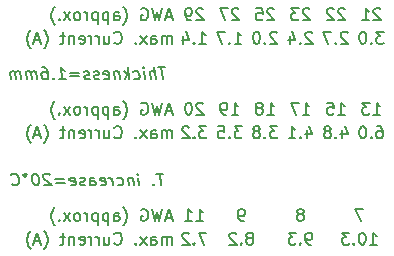
<source format=gbo>
G04 #@! TF.GenerationSoftware,KiCad,Pcbnew,8.0.5*
G04 #@! TF.CreationDate,2024-11-03T10:01:33+01:00*
G04 #@! TF.ProjectId,euro-mate,6575726f-2d6d-4617-9465-2e6b69636164,rev?*
G04 #@! TF.SameCoordinates,Original*
G04 #@! TF.FileFunction,Legend,Bot*
G04 #@! TF.FilePolarity,Positive*
%FSLAX46Y46*%
G04 Gerber Fmt 4.6, Leading zero omitted, Abs format (unit mm)*
G04 Created by KiCad (PCBNEW 8.0.5) date 2024-11-03 10:01:33*
%MOMM*%
%LPD*%
G01*
G04 APERTURE LIST*
G04 Aperture macros list*
%AMRoundRect*
0 Rectangle with rounded corners*
0 $1 Rounding radius*
0 $2 $3 $4 $5 $6 $7 $8 $9 X,Y pos of 4 corners*
0 Add a 4 corners polygon primitive as box body*
4,1,4,$2,$3,$4,$5,$6,$7,$8,$9,$2,$3,0*
0 Add four circle primitives for the rounded corners*
1,1,$1+$1,$2,$3*
1,1,$1+$1,$4,$5*
1,1,$1+$1,$6,$7*
1,1,$1+$1,$8,$9*
0 Add four rect primitives between the rounded corners*
20,1,$1+$1,$2,$3,$4,$5,0*
20,1,$1+$1,$4,$5,$6,$7,0*
20,1,$1+$1,$6,$7,$8,$9,0*
20,1,$1+$1,$8,$9,$2,$3,0*%
G04 Aperture macros list end*
%ADD10C,0.150000*%
%ADD11C,1.600000*%
%ADD12O,1.600000X1.600000*%
%ADD13R,1.830000X1.930000*%
%ADD14C,2.130000*%
%ADD15C,3.200000*%
%ADD16R,1.700000X1.700000*%
%ADD17O,1.700000X1.700000*%
%ADD18R,1.930000X1.830000*%
%ADD19C,1.750000*%
%ADD20C,4.000000*%
%ADD21C,2.500000*%
%ADD22R,2.200000X2.200000*%
%ADD23O,2.200000X2.200000*%
%ADD24RoundRect,0.250000X-0.600000X0.600000X-0.600000X-0.600000X0.600000X-0.600000X0.600000X0.600000X0*%
%ADD25C,1.700000*%
%ADD26R,1.600000X1.600000*%
%ADD27R,1.800000X1.800000*%
%ADD28C,1.800000*%
%ADD29C,8.600000*%
%ADD30R,1.200000X1.200000*%
%ADD31C,1.200000*%
%ADD32O,4.000000X4.000000*%
%ADD33R,1.600000X2.400000*%
%ADD34O,1.600000X2.400000*%
%ADD35R,2.400000X1.600000*%
%ADD36O,2.400000X1.600000*%
%ADD37C,0.500000*%
%ADD38C,1.100000*%
%ADD39C,2.800000*%
%ADD40C,0.600000*%
%ADD41C,3.400000*%
%ADD42C,0.700000*%
%ADD43C,1.300000*%
%ADD44C,0.800000*%
%ADD45C,1.400000*%
%ADD46C,3.900000*%
%ADD47C,0.900000*%
%ADD48C,4.400000*%
%ADD49C,1.000000*%
%ADD50C,2.200000*%
G04 APERTURE END LIST*
D10*
X225423809Y-116954819D02*
X224852380Y-116954819D01*
X225263095Y-117954819D02*
X225138095Y-116954819D01*
X224644047Y-117954819D02*
X224519047Y-116954819D01*
X224215475Y-117954819D02*
X224149999Y-117431009D01*
X224149999Y-117431009D02*
X224185713Y-117335771D01*
X224185713Y-117335771D02*
X224274999Y-117288152D01*
X224274999Y-117288152D02*
X224417856Y-117288152D01*
X224417856Y-117288152D02*
X224519047Y-117335771D01*
X224519047Y-117335771D02*
X224572618Y-117383390D01*
X223739285Y-117954819D02*
X223655951Y-117288152D01*
X223614285Y-116954819D02*
X223667856Y-117002438D01*
X223667856Y-117002438D02*
X223626189Y-117050057D01*
X223626189Y-117050057D02*
X223572618Y-117002438D01*
X223572618Y-117002438D02*
X223614285Y-116954819D01*
X223614285Y-116954819D02*
X223626189Y-117050057D01*
X222828571Y-117907200D02*
X222929761Y-117954819D01*
X222929761Y-117954819D02*
X223120238Y-117954819D01*
X223120238Y-117954819D02*
X223209523Y-117907200D01*
X223209523Y-117907200D02*
X223251190Y-117859580D01*
X223251190Y-117859580D02*
X223286904Y-117764342D01*
X223286904Y-117764342D02*
X223251190Y-117478628D01*
X223251190Y-117478628D02*
X223191666Y-117383390D01*
X223191666Y-117383390D02*
X223138095Y-117335771D01*
X223138095Y-117335771D02*
X223036904Y-117288152D01*
X223036904Y-117288152D02*
X222846428Y-117288152D01*
X222846428Y-117288152D02*
X222757142Y-117335771D01*
X222405952Y-117954819D02*
X222280952Y-116954819D01*
X222263095Y-117573866D02*
X222024999Y-117954819D01*
X221941666Y-117288152D02*
X222370237Y-117669104D01*
X221513094Y-117288152D02*
X221596428Y-117954819D01*
X221524999Y-117383390D02*
X221471428Y-117335771D01*
X221471428Y-117335771D02*
X221370237Y-117288152D01*
X221370237Y-117288152D02*
X221227380Y-117288152D01*
X221227380Y-117288152D02*
X221138094Y-117335771D01*
X221138094Y-117335771D02*
X221102380Y-117431009D01*
X221102380Y-117431009D02*
X221167856Y-117954819D01*
X220304761Y-117907200D02*
X220405951Y-117954819D01*
X220405951Y-117954819D02*
X220596428Y-117954819D01*
X220596428Y-117954819D02*
X220685713Y-117907200D01*
X220685713Y-117907200D02*
X220721428Y-117811961D01*
X220721428Y-117811961D02*
X220673809Y-117431009D01*
X220673809Y-117431009D02*
X220614285Y-117335771D01*
X220614285Y-117335771D02*
X220513094Y-117288152D01*
X220513094Y-117288152D02*
X220322618Y-117288152D01*
X220322618Y-117288152D02*
X220233332Y-117335771D01*
X220233332Y-117335771D02*
X220197618Y-117431009D01*
X220197618Y-117431009D02*
X220209523Y-117526247D01*
X220209523Y-117526247D02*
X220697618Y-117621485D01*
X219876189Y-117907200D02*
X219786904Y-117954819D01*
X219786904Y-117954819D02*
X219596427Y-117954819D01*
X219596427Y-117954819D02*
X219495237Y-117907200D01*
X219495237Y-117907200D02*
X219435713Y-117811961D01*
X219435713Y-117811961D02*
X219429761Y-117764342D01*
X219429761Y-117764342D02*
X219465475Y-117669104D01*
X219465475Y-117669104D02*
X219554761Y-117621485D01*
X219554761Y-117621485D02*
X219697618Y-117621485D01*
X219697618Y-117621485D02*
X219786904Y-117573866D01*
X219786904Y-117573866D02*
X219822618Y-117478628D01*
X219822618Y-117478628D02*
X219816666Y-117431009D01*
X219816666Y-117431009D02*
X219757142Y-117335771D01*
X219757142Y-117335771D02*
X219655951Y-117288152D01*
X219655951Y-117288152D02*
X219513094Y-117288152D01*
X219513094Y-117288152D02*
X219423808Y-117335771D01*
X219066665Y-117907200D02*
X218977380Y-117954819D01*
X218977380Y-117954819D02*
X218786903Y-117954819D01*
X218786903Y-117954819D02*
X218685713Y-117907200D01*
X218685713Y-117907200D02*
X218626189Y-117811961D01*
X218626189Y-117811961D02*
X218620237Y-117764342D01*
X218620237Y-117764342D02*
X218655951Y-117669104D01*
X218655951Y-117669104D02*
X218745237Y-117621485D01*
X218745237Y-117621485D02*
X218888094Y-117621485D01*
X218888094Y-117621485D02*
X218977380Y-117573866D01*
X218977380Y-117573866D02*
X219013094Y-117478628D01*
X219013094Y-117478628D02*
X219007142Y-117431009D01*
X219007142Y-117431009D02*
X218947618Y-117335771D01*
X218947618Y-117335771D02*
X218846427Y-117288152D01*
X218846427Y-117288152D02*
X218703570Y-117288152D01*
X218703570Y-117288152D02*
X218614284Y-117335771D01*
X218149998Y-117431009D02*
X217388094Y-117431009D01*
X217423808Y-117716723D02*
X218185713Y-117716723D01*
X216453570Y-117954819D02*
X217024999Y-117954819D01*
X216739284Y-117954819D02*
X216614284Y-116954819D01*
X216614284Y-116954819D02*
X216727380Y-117097676D01*
X216727380Y-117097676D02*
X216834523Y-117192914D01*
X216834523Y-117192914D02*
X216935713Y-117240533D01*
X216013094Y-117859580D02*
X215971427Y-117907200D01*
X215971427Y-117907200D02*
X216024999Y-117954819D01*
X216024999Y-117954819D02*
X216066665Y-117907200D01*
X216066665Y-117907200D02*
X216013094Y-117859580D01*
X216013094Y-117859580D02*
X216024999Y-117954819D01*
X214995237Y-116954819D02*
X215185713Y-116954819D01*
X215185713Y-116954819D02*
X215286904Y-117002438D01*
X215286904Y-117002438D02*
X215340475Y-117050057D01*
X215340475Y-117050057D02*
X215453571Y-117192914D01*
X215453571Y-117192914D02*
X215524999Y-117383390D01*
X215524999Y-117383390D02*
X215572618Y-117764342D01*
X215572618Y-117764342D02*
X215536904Y-117859580D01*
X215536904Y-117859580D02*
X215495237Y-117907200D01*
X215495237Y-117907200D02*
X215405952Y-117954819D01*
X215405952Y-117954819D02*
X215215475Y-117954819D01*
X215215475Y-117954819D02*
X215114285Y-117907200D01*
X215114285Y-117907200D02*
X215060713Y-117859580D01*
X215060713Y-117859580D02*
X215001190Y-117764342D01*
X215001190Y-117764342D02*
X214971428Y-117526247D01*
X214971428Y-117526247D02*
X215007142Y-117431009D01*
X215007142Y-117431009D02*
X215048809Y-117383390D01*
X215048809Y-117383390D02*
X215138094Y-117335771D01*
X215138094Y-117335771D02*
X215328571Y-117335771D01*
X215328571Y-117335771D02*
X215429761Y-117383390D01*
X215429761Y-117383390D02*
X215483332Y-117431009D01*
X215483332Y-117431009D02*
X215542856Y-117526247D01*
X214596428Y-117954819D02*
X214513094Y-117288152D01*
X214524999Y-117383390D02*
X214471428Y-117335771D01*
X214471428Y-117335771D02*
X214370237Y-117288152D01*
X214370237Y-117288152D02*
X214227380Y-117288152D01*
X214227380Y-117288152D02*
X214138094Y-117335771D01*
X214138094Y-117335771D02*
X214102380Y-117431009D01*
X214102380Y-117431009D02*
X214167856Y-117954819D01*
X214102380Y-117431009D02*
X214042856Y-117335771D01*
X214042856Y-117335771D02*
X213941666Y-117288152D01*
X213941666Y-117288152D02*
X213798809Y-117288152D01*
X213798809Y-117288152D02*
X213709523Y-117335771D01*
X213709523Y-117335771D02*
X213673809Y-117431009D01*
X213673809Y-117431009D02*
X213739285Y-117954819D01*
X213263095Y-117954819D02*
X213179761Y-117288152D01*
X213191666Y-117383390D02*
X213138095Y-117335771D01*
X213138095Y-117335771D02*
X213036904Y-117288152D01*
X213036904Y-117288152D02*
X212894047Y-117288152D01*
X212894047Y-117288152D02*
X212804761Y-117335771D01*
X212804761Y-117335771D02*
X212769047Y-117431009D01*
X212769047Y-117431009D02*
X212834523Y-117954819D01*
X212769047Y-117431009D02*
X212709523Y-117335771D01*
X212709523Y-117335771D02*
X212608333Y-117288152D01*
X212608333Y-117288152D02*
X212465476Y-117288152D01*
X212465476Y-117288152D02*
X212376190Y-117335771D01*
X212376190Y-117335771D02*
X212340476Y-117431009D01*
X212340476Y-117431009D02*
X212405952Y-117954819D01*
X240423809Y-122288152D02*
X240423809Y-122954819D01*
X240661904Y-121907200D02*
X240899999Y-122621485D01*
X240899999Y-122621485D02*
X240280952Y-122621485D01*
X239899999Y-122859580D02*
X239852380Y-122907200D01*
X239852380Y-122907200D02*
X239899999Y-122954819D01*
X239899999Y-122954819D02*
X239947618Y-122907200D01*
X239947618Y-122907200D02*
X239899999Y-122859580D01*
X239899999Y-122859580D02*
X239899999Y-122954819D01*
X239280952Y-122383390D02*
X239376190Y-122335771D01*
X239376190Y-122335771D02*
X239423809Y-122288152D01*
X239423809Y-122288152D02*
X239471428Y-122192914D01*
X239471428Y-122192914D02*
X239471428Y-122145295D01*
X239471428Y-122145295D02*
X239423809Y-122050057D01*
X239423809Y-122050057D02*
X239376190Y-122002438D01*
X239376190Y-122002438D02*
X239280952Y-121954819D01*
X239280952Y-121954819D02*
X239090476Y-121954819D01*
X239090476Y-121954819D02*
X238995238Y-122002438D01*
X238995238Y-122002438D02*
X238947619Y-122050057D01*
X238947619Y-122050057D02*
X238900000Y-122145295D01*
X238900000Y-122145295D02*
X238900000Y-122192914D01*
X238900000Y-122192914D02*
X238947619Y-122288152D01*
X238947619Y-122288152D02*
X238995238Y-122335771D01*
X238995238Y-122335771D02*
X239090476Y-122383390D01*
X239090476Y-122383390D02*
X239280952Y-122383390D01*
X239280952Y-122383390D02*
X239376190Y-122431009D01*
X239376190Y-122431009D02*
X239423809Y-122478628D01*
X239423809Y-122478628D02*
X239471428Y-122573866D01*
X239471428Y-122573866D02*
X239471428Y-122764342D01*
X239471428Y-122764342D02*
X239423809Y-122859580D01*
X239423809Y-122859580D02*
X239376190Y-122907200D01*
X239376190Y-122907200D02*
X239280952Y-122954819D01*
X239280952Y-122954819D02*
X239090476Y-122954819D01*
X239090476Y-122954819D02*
X238995238Y-122907200D01*
X238995238Y-122907200D02*
X238947619Y-122859580D01*
X238947619Y-122859580D02*
X238900000Y-122764342D01*
X238900000Y-122764342D02*
X238900000Y-122573866D01*
X238900000Y-122573866D02*
X238947619Y-122478628D01*
X238947619Y-122478628D02*
X238995238Y-122431009D01*
X238995238Y-122431009D02*
X239090476Y-122383390D01*
X228328571Y-114954819D02*
X228899999Y-114954819D01*
X228614285Y-114954819D02*
X228614285Y-113954819D01*
X228614285Y-113954819D02*
X228709523Y-114097676D01*
X228709523Y-114097676D02*
X228804761Y-114192914D01*
X228804761Y-114192914D02*
X228899999Y-114240533D01*
X227899999Y-114859580D02*
X227852380Y-114907200D01*
X227852380Y-114907200D02*
X227899999Y-114954819D01*
X227899999Y-114954819D02*
X227947618Y-114907200D01*
X227947618Y-114907200D02*
X227899999Y-114859580D01*
X227899999Y-114859580D02*
X227899999Y-114954819D01*
X226995238Y-114288152D02*
X226995238Y-114954819D01*
X227233333Y-113907200D02*
X227471428Y-114621485D01*
X227471428Y-114621485D02*
X226852381Y-114621485D01*
X231090476Y-120954819D02*
X231661904Y-120954819D01*
X231376190Y-120954819D02*
X231376190Y-119954819D01*
X231376190Y-119954819D02*
X231471428Y-120097676D01*
X231471428Y-120097676D02*
X231566666Y-120192914D01*
X231566666Y-120192914D02*
X231661904Y-120240533D01*
X230614285Y-120954819D02*
X230423809Y-120954819D01*
X230423809Y-120954819D02*
X230328571Y-120907200D01*
X230328571Y-120907200D02*
X230280952Y-120859580D01*
X230280952Y-120859580D02*
X230185714Y-120716723D01*
X230185714Y-120716723D02*
X230138095Y-120526247D01*
X230138095Y-120526247D02*
X230138095Y-120145295D01*
X230138095Y-120145295D02*
X230185714Y-120050057D01*
X230185714Y-120050057D02*
X230233333Y-120002438D01*
X230233333Y-120002438D02*
X230328571Y-119954819D01*
X230328571Y-119954819D02*
X230519047Y-119954819D01*
X230519047Y-119954819D02*
X230614285Y-120002438D01*
X230614285Y-120002438D02*
X230661904Y-120050057D01*
X230661904Y-120050057D02*
X230709523Y-120145295D01*
X230709523Y-120145295D02*
X230709523Y-120383390D01*
X230709523Y-120383390D02*
X230661904Y-120478628D01*
X230661904Y-120478628D02*
X230614285Y-120526247D01*
X230614285Y-120526247D02*
X230519047Y-120573866D01*
X230519047Y-120573866D02*
X230328571Y-120573866D01*
X230328571Y-120573866D02*
X230233333Y-120526247D01*
X230233333Y-120526247D02*
X230185714Y-120478628D01*
X230185714Y-120478628D02*
X230138095Y-120383390D01*
X237423809Y-122288152D02*
X237423809Y-122954819D01*
X237661904Y-121907200D02*
X237899999Y-122621485D01*
X237899999Y-122621485D02*
X237280952Y-122621485D01*
X236899999Y-122859580D02*
X236852380Y-122907200D01*
X236852380Y-122907200D02*
X236899999Y-122954819D01*
X236899999Y-122954819D02*
X236947618Y-122907200D01*
X236947618Y-122907200D02*
X236899999Y-122859580D01*
X236899999Y-122859580D02*
X236899999Y-122954819D01*
X235900000Y-122954819D02*
X236471428Y-122954819D01*
X236185714Y-122954819D02*
X236185714Y-121954819D01*
X236185714Y-121954819D02*
X236280952Y-122097676D01*
X236280952Y-122097676D02*
X236376190Y-122192914D01*
X236376190Y-122192914D02*
X236471428Y-122240533D01*
X228947618Y-121954819D02*
X228328571Y-121954819D01*
X228328571Y-121954819D02*
X228661904Y-122335771D01*
X228661904Y-122335771D02*
X228519047Y-122335771D01*
X228519047Y-122335771D02*
X228423809Y-122383390D01*
X228423809Y-122383390D02*
X228376190Y-122431009D01*
X228376190Y-122431009D02*
X228328571Y-122526247D01*
X228328571Y-122526247D02*
X228328571Y-122764342D01*
X228328571Y-122764342D02*
X228376190Y-122859580D01*
X228376190Y-122859580D02*
X228423809Y-122907200D01*
X228423809Y-122907200D02*
X228519047Y-122954819D01*
X228519047Y-122954819D02*
X228804761Y-122954819D01*
X228804761Y-122954819D02*
X228899999Y-122907200D01*
X228899999Y-122907200D02*
X228947618Y-122859580D01*
X227899999Y-122859580D02*
X227852380Y-122907200D01*
X227852380Y-122907200D02*
X227899999Y-122954819D01*
X227899999Y-122954819D02*
X227947618Y-122907200D01*
X227947618Y-122907200D02*
X227899999Y-122859580D01*
X227899999Y-122859580D02*
X227899999Y-122954819D01*
X227471428Y-122050057D02*
X227423809Y-122002438D01*
X227423809Y-122002438D02*
X227328571Y-121954819D01*
X227328571Y-121954819D02*
X227090476Y-121954819D01*
X227090476Y-121954819D02*
X226995238Y-122002438D01*
X226995238Y-122002438D02*
X226947619Y-122050057D01*
X226947619Y-122050057D02*
X226900000Y-122145295D01*
X226900000Y-122145295D02*
X226900000Y-122240533D01*
X226900000Y-122240533D02*
X226947619Y-122383390D01*
X226947619Y-122383390D02*
X227519047Y-122954819D01*
X227519047Y-122954819D02*
X226900000Y-122954819D01*
X226019047Y-120669104D02*
X225542857Y-120669104D01*
X226114285Y-120954819D02*
X225780952Y-119954819D01*
X225780952Y-119954819D02*
X225447619Y-120954819D01*
X225209523Y-119954819D02*
X224971428Y-120954819D01*
X224971428Y-120954819D02*
X224780952Y-120240533D01*
X224780952Y-120240533D02*
X224590476Y-120954819D01*
X224590476Y-120954819D02*
X224352381Y-119954819D01*
X223447619Y-120002438D02*
X223542857Y-119954819D01*
X223542857Y-119954819D02*
X223685714Y-119954819D01*
X223685714Y-119954819D02*
X223828571Y-120002438D01*
X223828571Y-120002438D02*
X223923809Y-120097676D01*
X223923809Y-120097676D02*
X223971428Y-120192914D01*
X223971428Y-120192914D02*
X224019047Y-120383390D01*
X224019047Y-120383390D02*
X224019047Y-120526247D01*
X224019047Y-120526247D02*
X223971428Y-120716723D01*
X223971428Y-120716723D02*
X223923809Y-120811961D01*
X223923809Y-120811961D02*
X223828571Y-120907200D01*
X223828571Y-120907200D02*
X223685714Y-120954819D01*
X223685714Y-120954819D02*
X223590476Y-120954819D01*
X223590476Y-120954819D02*
X223447619Y-120907200D01*
X223447619Y-120907200D02*
X223400000Y-120859580D01*
X223400000Y-120859580D02*
X223400000Y-120526247D01*
X223400000Y-120526247D02*
X223590476Y-120526247D01*
X221923809Y-121335771D02*
X221971428Y-121288152D01*
X221971428Y-121288152D02*
X222066666Y-121145295D01*
X222066666Y-121145295D02*
X222114285Y-121050057D01*
X222114285Y-121050057D02*
X222161904Y-120907200D01*
X222161904Y-120907200D02*
X222209523Y-120669104D01*
X222209523Y-120669104D02*
X222209523Y-120478628D01*
X222209523Y-120478628D02*
X222161904Y-120240533D01*
X222161904Y-120240533D02*
X222114285Y-120097676D01*
X222114285Y-120097676D02*
X222066666Y-120002438D01*
X222066666Y-120002438D02*
X221971428Y-119859580D01*
X221971428Y-119859580D02*
X221923809Y-119811961D01*
X221114285Y-120954819D02*
X221114285Y-120431009D01*
X221114285Y-120431009D02*
X221161904Y-120335771D01*
X221161904Y-120335771D02*
X221257142Y-120288152D01*
X221257142Y-120288152D02*
X221447618Y-120288152D01*
X221447618Y-120288152D02*
X221542856Y-120335771D01*
X221114285Y-120907200D02*
X221209523Y-120954819D01*
X221209523Y-120954819D02*
X221447618Y-120954819D01*
X221447618Y-120954819D02*
X221542856Y-120907200D01*
X221542856Y-120907200D02*
X221590475Y-120811961D01*
X221590475Y-120811961D02*
X221590475Y-120716723D01*
X221590475Y-120716723D02*
X221542856Y-120621485D01*
X221542856Y-120621485D02*
X221447618Y-120573866D01*
X221447618Y-120573866D02*
X221209523Y-120573866D01*
X221209523Y-120573866D02*
X221114285Y-120526247D01*
X220638094Y-120288152D02*
X220638094Y-121288152D01*
X220638094Y-120335771D02*
X220542856Y-120288152D01*
X220542856Y-120288152D02*
X220352380Y-120288152D01*
X220352380Y-120288152D02*
X220257142Y-120335771D01*
X220257142Y-120335771D02*
X220209523Y-120383390D01*
X220209523Y-120383390D02*
X220161904Y-120478628D01*
X220161904Y-120478628D02*
X220161904Y-120764342D01*
X220161904Y-120764342D02*
X220209523Y-120859580D01*
X220209523Y-120859580D02*
X220257142Y-120907200D01*
X220257142Y-120907200D02*
X220352380Y-120954819D01*
X220352380Y-120954819D02*
X220542856Y-120954819D01*
X220542856Y-120954819D02*
X220638094Y-120907200D01*
X219733332Y-120288152D02*
X219733332Y-121288152D01*
X219733332Y-120335771D02*
X219638094Y-120288152D01*
X219638094Y-120288152D02*
X219447618Y-120288152D01*
X219447618Y-120288152D02*
X219352380Y-120335771D01*
X219352380Y-120335771D02*
X219304761Y-120383390D01*
X219304761Y-120383390D02*
X219257142Y-120478628D01*
X219257142Y-120478628D02*
X219257142Y-120764342D01*
X219257142Y-120764342D02*
X219304761Y-120859580D01*
X219304761Y-120859580D02*
X219352380Y-120907200D01*
X219352380Y-120907200D02*
X219447618Y-120954819D01*
X219447618Y-120954819D02*
X219638094Y-120954819D01*
X219638094Y-120954819D02*
X219733332Y-120907200D01*
X218828570Y-120954819D02*
X218828570Y-120288152D01*
X218828570Y-120478628D02*
X218780951Y-120383390D01*
X218780951Y-120383390D02*
X218733332Y-120335771D01*
X218733332Y-120335771D02*
X218638094Y-120288152D01*
X218638094Y-120288152D02*
X218542856Y-120288152D01*
X218066665Y-120954819D02*
X218161903Y-120907200D01*
X218161903Y-120907200D02*
X218209522Y-120859580D01*
X218209522Y-120859580D02*
X218257141Y-120764342D01*
X218257141Y-120764342D02*
X218257141Y-120478628D01*
X218257141Y-120478628D02*
X218209522Y-120383390D01*
X218209522Y-120383390D02*
X218161903Y-120335771D01*
X218161903Y-120335771D02*
X218066665Y-120288152D01*
X218066665Y-120288152D02*
X217923808Y-120288152D01*
X217923808Y-120288152D02*
X217828570Y-120335771D01*
X217828570Y-120335771D02*
X217780951Y-120383390D01*
X217780951Y-120383390D02*
X217733332Y-120478628D01*
X217733332Y-120478628D02*
X217733332Y-120764342D01*
X217733332Y-120764342D02*
X217780951Y-120859580D01*
X217780951Y-120859580D02*
X217828570Y-120907200D01*
X217828570Y-120907200D02*
X217923808Y-120954819D01*
X217923808Y-120954819D02*
X218066665Y-120954819D01*
X217399998Y-120954819D02*
X216876189Y-120288152D01*
X217399998Y-120288152D02*
X216876189Y-120954819D01*
X216495236Y-120859580D02*
X216447617Y-120907200D01*
X216447617Y-120907200D02*
X216495236Y-120954819D01*
X216495236Y-120954819D02*
X216542855Y-120907200D01*
X216542855Y-120907200D02*
X216495236Y-120859580D01*
X216495236Y-120859580D02*
X216495236Y-120954819D01*
X216114284Y-121335771D02*
X216066665Y-121288152D01*
X216066665Y-121288152D02*
X215971427Y-121145295D01*
X215971427Y-121145295D02*
X215923808Y-121050057D01*
X215923808Y-121050057D02*
X215876189Y-120907200D01*
X215876189Y-120907200D02*
X215828570Y-120669104D01*
X215828570Y-120669104D02*
X215828570Y-120478628D01*
X215828570Y-120478628D02*
X215876189Y-120240533D01*
X215876189Y-120240533D02*
X215923808Y-120097676D01*
X215923808Y-120097676D02*
X215971427Y-120002438D01*
X215971427Y-120002438D02*
X216066665Y-119859580D01*
X216066665Y-119859580D02*
X216114284Y-119811961D01*
X234090476Y-120954819D02*
X234661904Y-120954819D01*
X234376190Y-120954819D02*
X234376190Y-119954819D01*
X234376190Y-119954819D02*
X234471428Y-120097676D01*
X234471428Y-120097676D02*
X234566666Y-120192914D01*
X234566666Y-120192914D02*
X234661904Y-120240533D01*
X233519047Y-120383390D02*
X233614285Y-120335771D01*
X233614285Y-120335771D02*
X233661904Y-120288152D01*
X233661904Y-120288152D02*
X233709523Y-120192914D01*
X233709523Y-120192914D02*
X233709523Y-120145295D01*
X233709523Y-120145295D02*
X233661904Y-120050057D01*
X233661904Y-120050057D02*
X233614285Y-120002438D01*
X233614285Y-120002438D02*
X233519047Y-119954819D01*
X233519047Y-119954819D02*
X233328571Y-119954819D01*
X233328571Y-119954819D02*
X233233333Y-120002438D01*
X233233333Y-120002438D02*
X233185714Y-120050057D01*
X233185714Y-120050057D02*
X233138095Y-120145295D01*
X233138095Y-120145295D02*
X233138095Y-120192914D01*
X233138095Y-120192914D02*
X233185714Y-120288152D01*
X233185714Y-120288152D02*
X233233333Y-120335771D01*
X233233333Y-120335771D02*
X233328571Y-120383390D01*
X233328571Y-120383390D02*
X233519047Y-120383390D01*
X233519047Y-120383390D02*
X233614285Y-120431009D01*
X233614285Y-120431009D02*
X233661904Y-120478628D01*
X233661904Y-120478628D02*
X233709523Y-120573866D01*
X233709523Y-120573866D02*
X233709523Y-120764342D01*
X233709523Y-120764342D02*
X233661904Y-120859580D01*
X233661904Y-120859580D02*
X233614285Y-120907200D01*
X233614285Y-120907200D02*
X233519047Y-120954819D01*
X233519047Y-120954819D02*
X233328571Y-120954819D01*
X233328571Y-120954819D02*
X233233333Y-120907200D01*
X233233333Y-120907200D02*
X233185714Y-120859580D01*
X233185714Y-120859580D02*
X233138095Y-120764342D01*
X233138095Y-120764342D02*
X233138095Y-120573866D01*
X233138095Y-120573866D02*
X233185714Y-120478628D01*
X233185714Y-120478628D02*
X233233333Y-120431009D01*
X233233333Y-120431009D02*
X233328571Y-120383390D01*
X226019048Y-131954819D02*
X226019048Y-131288152D01*
X226019048Y-131383390D02*
X225971429Y-131335771D01*
X225971429Y-131335771D02*
X225876191Y-131288152D01*
X225876191Y-131288152D02*
X225733334Y-131288152D01*
X225733334Y-131288152D02*
X225638096Y-131335771D01*
X225638096Y-131335771D02*
X225590477Y-131431009D01*
X225590477Y-131431009D02*
X225590477Y-131954819D01*
X225590477Y-131431009D02*
X225542858Y-131335771D01*
X225542858Y-131335771D02*
X225447620Y-131288152D01*
X225447620Y-131288152D02*
X225304763Y-131288152D01*
X225304763Y-131288152D02*
X225209524Y-131335771D01*
X225209524Y-131335771D02*
X225161905Y-131431009D01*
X225161905Y-131431009D02*
X225161905Y-131954819D01*
X224257144Y-131954819D02*
X224257144Y-131431009D01*
X224257144Y-131431009D02*
X224304763Y-131335771D01*
X224304763Y-131335771D02*
X224400001Y-131288152D01*
X224400001Y-131288152D02*
X224590477Y-131288152D01*
X224590477Y-131288152D02*
X224685715Y-131335771D01*
X224257144Y-131907200D02*
X224352382Y-131954819D01*
X224352382Y-131954819D02*
X224590477Y-131954819D01*
X224590477Y-131954819D02*
X224685715Y-131907200D01*
X224685715Y-131907200D02*
X224733334Y-131811961D01*
X224733334Y-131811961D02*
X224733334Y-131716723D01*
X224733334Y-131716723D02*
X224685715Y-131621485D01*
X224685715Y-131621485D02*
X224590477Y-131573866D01*
X224590477Y-131573866D02*
X224352382Y-131573866D01*
X224352382Y-131573866D02*
X224257144Y-131526247D01*
X223876191Y-131954819D02*
X223352382Y-131288152D01*
X223876191Y-131288152D02*
X223352382Y-131954819D01*
X222971429Y-131859580D02*
X222923810Y-131907200D01*
X222923810Y-131907200D02*
X222971429Y-131954819D01*
X222971429Y-131954819D02*
X223019048Y-131907200D01*
X223019048Y-131907200D02*
X222971429Y-131859580D01*
X222971429Y-131859580D02*
X222971429Y-131954819D01*
X221161906Y-131859580D02*
X221209525Y-131907200D01*
X221209525Y-131907200D02*
X221352382Y-131954819D01*
X221352382Y-131954819D02*
X221447620Y-131954819D01*
X221447620Y-131954819D02*
X221590477Y-131907200D01*
X221590477Y-131907200D02*
X221685715Y-131811961D01*
X221685715Y-131811961D02*
X221733334Y-131716723D01*
X221733334Y-131716723D02*
X221780953Y-131526247D01*
X221780953Y-131526247D02*
X221780953Y-131383390D01*
X221780953Y-131383390D02*
X221733334Y-131192914D01*
X221733334Y-131192914D02*
X221685715Y-131097676D01*
X221685715Y-131097676D02*
X221590477Y-131002438D01*
X221590477Y-131002438D02*
X221447620Y-130954819D01*
X221447620Y-130954819D02*
X221352382Y-130954819D01*
X221352382Y-130954819D02*
X221209525Y-131002438D01*
X221209525Y-131002438D02*
X221161906Y-131050057D01*
X220304763Y-131288152D02*
X220304763Y-131954819D01*
X220733334Y-131288152D02*
X220733334Y-131811961D01*
X220733334Y-131811961D02*
X220685715Y-131907200D01*
X220685715Y-131907200D02*
X220590477Y-131954819D01*
X220590477Y-131954819D02*
X220447620Y-131954819D01*
X220447620Y-131954819D02*
X220352382Y-131907200D01*
X220352382Y-131907200D02*
X220304763Y-131859580D01*
X219828572Y-131954819D02*
X219828572Y-131288152D01*
X219828572Y-131478628D02*
X219780953Y-131383390D01*
X219780953Y-131383390D02*
X219733334Y-131335771D01*
X219733334Y-131335771D02*
X219638096Y-131288152D01*
X219638096Y-131288152D02*
X219542858Y-131288152D01*
X219209524Y-131954819D02*
X219209524Y-131288152D01*
X219209524Y-131478628D02*
X219161905Y-131383390D01*
X219161905Y-131383390D02*
X219114286Y-131335771D01*
X219114286Y-131335771D02*
X219019048Y-131288152D01*
X219019048Y-131288152D02*
X218923810Y-131288152D01*
X218209524Y-131907200D02*
X218304762Y-131954819D01*
X218304762Y-131954819D02*
X218495238Y-131954819D01*
X218495238Y-131954819D02*
X218590476Y-131907200D01*
X218590476Y-131907200D02*
X218638095Y-131811961D01*
X218638095Y-131811961D02*
X218638095Y-131431009D01*
X218638095Y-131431009D02*
X218590476Y-131335771D01*
X218590476Y-131335771D02*
X218495238Y-131288152D01*
X218495238Y-131288152D02*
X218304762Y-131288152D01*
X218304762Y-131288152D02*
X218209524Y-131335771D01*
X218209524Y-131335771D02*
X218161905Y-131431009D01*
X218161905Y-131431009D02*
X218161905Y-131526247D01*
X218161905Y-131526247D02*
X218638095Y-131621485D01*
X217733333Y-131288152D02*
X217733333Y-131954819D01*
X217733333Y-131383390D02*
X217685714Y-131335771D01*
X217685714Y-131335771D02*
X217590476Y-131288152D01*
X217590476Y-131288152D02*
X217447619Y-131288152D01*
X217447619Y-131288152D02*
X217352381Y-131335771D01*
X217352381Y-131335771D02*
X217304762Y-131431009D01*
X217304762Y-131431009D02*
X217304762Y-131954819D01*
X216971428Y-131288152D02*
X216590476Y-131288152D01*
X216828571Y-130954819D02*
X216828571Y-131811961D01*
X216828571Y-131811961D02*
X216780952Y-131907200D01*
X216780952Y-131907200D02*
X216685714Y-131954819D01*
X216685714Y-131954819D02*
X216590476Y-131954819D01*
X215209523Y-132335771D02*
X215257142Y-132288152D01*
X215257142Y-132288152D02*
X215352380Y-132145295D01*
X215352380Y-132145295D02*
X215399999Y-132050057D01*
X215399999Y-132050057D02*
X215447618Y-131907200D01*
X215447618Y-131907200D02*
X215495237Y-131669104D01*
X215495237Y-131669104D02*
X215495237Y-131478628D01*
X215495237Y-131478628D02*
X215447618Y-131240533D01*
X215447618Y-131240533D02*
X215399999Y-131097676D01*
X215399999Y-131097676D02*
X215352380Y-131002438D01*
X215352380Y-131002438D02*
X215257142Y-130859580D01*
X215257142Y-130859580D02*
X215209523Y-130811961D01*
X214876189Y-131669104D02*
X214399999Y-131669104D01*
X214971427Y-131954819D02*
X214638094Y-130954819D01*
X214638094Y-130954819D02*
X214304761Y-131954819D01*
X214066665Y-132335771D02*
X214019046Y-132288152D01*
X214019046Y-132288152D02*
X213923808Y-132145295D01*
X213923808Y-132145295D02*
X213876189Y-132050057D01*
X213876189Y-132050057D02*
X213828570Y-131907200D01*
X213828570Y-131907200D02*
X213780951Y-131669104D01*
X213780951Y-131669104D02*
X213780951Y-131478628D01*
X213780951Y-131478628D02*
X213828570Y-131240533D01*
X213828570Y-131240533D02*
X213876189Y-131097676D01*
X213876189Y-131097676D02*
X213923808Y-131002438D01*
X213923808Y-131002438D02*
X214019046Y-130859580D01*
X214019046Y-130859580D02*
X214066665Y-130811961D01*
X240899999Y-114050057D02*
X240852380Y-114002438D01*
X240852380Y-114002438D02*
X240757142Y-113954819D01*
X240757142Y-113954819D02*
X240519047Y-113954819D01*
X240519047Y-113954819D02*
X240423809Y-114002438D01*
X240423809Y-114002438D02*
X240376190Y-114050057D01*
X240376190Y-114050057D02*
X240328571Y-114145295D01*
X240328571Y-114145295D02*
X240328571Y-114240533D01*
X240328571Y-114240533D02*
X240376190Y-114383390D01*
X240376190Y-114383390D02*
X240947618Y-114954819D01*
X240947618Y-114954819D02*
X240328571Y-114954819D01*
X239899999Y-114859580D02*
X239852380Y-114907200D01*
X239852380Y-114907200D02*
X239899999Y-114954819D01*
X239899999Y-114954819D02*
X239947618Y-114907200D01*
X239947618Y-114907200D02*
X239899999Y-114859580D01*
X239899999Y-114859580D02*
X239899999Y-114954819D01*
X239519047Y-113954819D02*
X238852381Y-113954819D01*
X238852381Y-113954819D02*
X239280952Y-114954819D01*
X226019047Y-129669104D02*
X225542857Y-129669104D01*
X226114285Y-129954819D02*
X225780952Y-128954819D01*
X225780952Y-128954819D02*
X225447619Y-129954819D01*
X225209523Y-128954819D02*
X224971428Y-129954819D01*
X224971428Y-129954819D02*
X224780952Y-129240533D01*
X224780952Y-129240533D02*
X224590476Y-129954819D01*
X224590476Y-129954819D02*
X224352381Y-128954819D01*
X223447619Y-129002438D02*
X223542857Y-128954819D01*
X223542857Y-128954819D02*
X223685714Y-128954819D01*
X223685714Y-128954819D02*
X223828571Y-129002438D01*
X223828571Y-129002438D02*
X223923809Y-129097676D01*
X223923809Y-129097676D02*
X223971428Y-129192914D01*
X223971428Y-129192914D02*
X224019047Y-129383390D01*
X224019047Y-129383390D02*
X224019047Y-129526247D01*
X224019047Y-129526247D02*
X223971428Y-129716723D01*
X223971428Y-129716723D02*
X223923809Y-129811961D01*
X223923809Y-129811961D02*
X223828571Y-129907200D01*
X223828571Y-129907200D02*
X223685714Y-129954819D01*
X223685714Y-129954819D02*
X223590476Y-129954819D01*
X223590476Y-129954819D02*
X223447619Y-129907200D01*
X223447619Y-129907200D02*
X223400000Y-129859580D01*
X223400000Y-129859580D02*
X223400000Y-129526247D01*
X223400000Y-129526247D02*
X223590476Y-129526247D01*
X221923809Y-130335771D02*
X221971428Y-130288152D01*
X221971428Y-130288152D02*
X222066666Y-130145295D01*
X222066666Y-130145295D02*
X222114285Y-130050057D01*
X222114285Y-130050057D02*
X222161904Y-129907200D01*
X222161904Y-129907200D02*
X222209523Y-129669104D01*
X222209523Y-129669104D02*
X222209523Y-129478628D01*
X222209523Y-129478628D02*
X222161904Y-129240533D01*
X222161904Y-129240533D02*
X222114285Y-129097676D01*
X222114285Y-129097676D02*
X222066666Y-129002438D01*
X222066666Y-129002438D02*
X221971428Y-128859580D01*
X221971428Y-128859580D02*
X221923809Y-128811961D01*
X221114285Y-129954819D02*
X221114285Y-129431009D01*
X221114285Y-129431009D02*
X221161904Y-129335771D01*
X221161904Y-129335771D02*
X221257142Y-129288152D01*
X221257142Y-129288152D02*
X221447618Y-129288152D01*
X221447618Y-129288152D02*
X221542856Y-129335771D01*
X221114285Y-129907200D02*
X221209523Y-129954819D01*
X221209523Y-129954819D02*
X221447618Y-129954819D01*
X221447618Y-129954819D02*
X221542856Y-129907200D01*
X221542856Y-129907200D02*
X221590475Y-129811961D01*
X221590475Y-129811961D02*
X221590475Y-129716723D01*
X221590475Y-129716723D02*
X221542856Y-129621485D01*
X221542856Y-129621485D02*
X221447618Y-129573866D01*
X221447618Y-129573866D02*
X221209523Y-129573866D01*
X221209523Y-129573866D02*
X221114285Y-129526247D01*
X220638094Y-129288152D02*
X220638094Y-130288152D01*
X220638094Y-129335771D02*
X220542856Y-129288152D01*
X220542856Y-129288152D02*
X220352380Y-129288152D01*
X220352380Y-129288152D02*
X220257142Y-129335771D01*
X220257142Y-129335771D02*
X220209523Y-129383390D01*
X220209523Y-129383390D02*
X220161904Y-129478628D01*
X220161904Y-129478628D02*
X220161904Y-129764342D01*
X220161904Y-129764342D02*
X220209523Y-129859580D01*
X220209523Y-129859580D02*
X220257142Y-129907200D01*
X220257142Y-129907200D02*
X220352380Y-129954819D01*
X220352380Y-129954819D02*
X220542856Y-129954819D01*
X220542856Y-129954819D02*
X220638094Y-129907200D01*
X219733332Y-129288152D02*
X219733332Y-130288152D01*
X219733332Y-129335771D02*
X219638094Y-129288152D01*
X219638094Y-129288152D02*
X219447618Y-129288152D01*
X219447618Y-129288152D02*
X219352380Y-129335771D01*
X219352380Y-129335771D02*
X219304761Y-129383390D01*
X219304761Y-129383390D02*
X219257142Y-129478628D01*
X219257142Y-129478628D02*
X219257142Y-129764342D01*
X219257142Y-129764342D02*
X219304761Y-129859580D01*
X219304761Y-129859580D02*
X219352380Y-129907200D01*
X219352380Y-129907200D02*
X219447618Y-129954819D01*
X219447618Y-129954819D02*
X219638094Y-129954819D01*
X219638094Y-129954819D02*
X219733332Y-129907200D01*
X218828570Y-129954819D02*
X218828570Y-129288152D01*
X218828570Y-129478628D02*
X218780951Y-129383390D01*
X218780951Y-129383390D02*
X218733332Y-129335771D01*
X218733332Y-129335771D02*
X218638094Y-129288152D01*
X218638094Y-129288152D02*
X218542856Y-129288152D01*
X218066665Y-129954819D02*
X218161903Y-129907200D01*
X218161903Y-129907200D02*
X218209522Y-129859580D01*
X218209522Y-129859580D02*
X218257141Y-129764342D01*
X218257141Y-129764342D02*
X218257141Y-129478628D01*
X218257141Y-129478628D02*
X218209522Y-129383390D01*
X218209522Y-129383390D02*
X218161903Y-129335771D01*
X218161903Y-129335771D02*
X218066665Y-129288152D01*
X218066665Y-129288152D02*
X217923808Y-129288152D01*
X217923808Y-129288152D02*
X217828570Y-129335771D01*
X217828570Y-129335771D02*
X217780951Y-129383390D01*
X217780951Y-129383390D02*
X217733332Y-129478628D01*
X217733332Y-129478628D02*
X217733332Y-129764342D01*
X217733332Y-129764342D02*
X217780951Y-129859580D01*
X217780951Y-129859580D02*
X217828570Y-129907200D01*
X217828570Y-129907200D02*
X217923808Y-129954819D01*
X217923808Y-129954819D02*
X218066665Y-129954819D01*
X217399998Y-129954819D02*
X216876189Y-129288152D01*
X217399998Y-129288152D02*
X216876189Y-129954819D01*
X216495236Y-129859580D02*
X216447617Y-129907200D01*
X216447617Y-129907200D02*
X216495236Y-129954819D01*
X216495236Y-129954819D02*
X216542855Y-129907200D01*
X216542855Y-129907200D02*
X216495236Y-129859580D01*
X216495236Y-129859580D02*
X216495236Y-129954819D01*
X216114284Y-130335771D02*
X216066665Y-130288152D01*
X216066665Y-130288152D02*
X215971427Y-130145295D01*
X215971427Y-130145295D02*
X215923808Y-130050057D01*
X215923808Y-130050057D02*
X215876189Y-129907200D01*
X215876189Y-129907200D02*
X215828570Y-129669104D01*
X215828570Y-129669104D02*
X215828570Y-129478628D01*
X215828570Y-129478628D02*
X215876189Y-129240533D01*
X215876189Y-129240533D02*
X215923808Y-129097676D01*
X215923808Y-129097676D02*
X215971427Y-129002438D01*
X215971427Y-129002438D02*
X216066665Y-128859580D01*
X216066665Y-128859580D02*
X216114284Y-128811961D01*
X234661904Y-112050057D02*
X234614285Y-112002438D01*
X234614285Y-112002438D02*
X234519047Y-111954819D01*
X234519047Y-111954819D02*
X234280952Y-111954819D01*
X234280952Y-111954819D02*
X234185714Y-112002438D01*
X234185714Y-112002438D02*
X234138095Y-112050057D01*
X234138095Y-112050057D02*
X234090476Y-112145295D01*
X234090476Y-112145295D02*
X234090476Y-112240533D01*
X234090476Y-112240533D02*
X234138095Y-112383390D01*
X234138095Y-112383390D02*
X234709523Y-112954819D01*
X234709523Y-112954819D02*
X234090476Y-112954819D01*
X233185714Y-111954819D02*
X233661904Y-111954819D01*
X233661904Y-111954819D02*
X233709523Y-112431009D01*
X233709523Y-112431009D02*
X233661904Y-112383390D01*
X233661904Y-112383390D02*
X233566666Y-112335771D01*
X233566666Y-112335771D02*
X233328571Y-112335771D01*
X233328571Y-112335771D02*
X233233333Y-112383390D01*
X233233333Y-112383390D02*
X233185714Y-112431009D01*
X233185714Y-112431009D02*
X233138095Y-112526247D01*
X233138095Y-112526247D02*
X233138095Y-112764342D01*
X233138095Y-112764342D02*
X233185714Y-112859580D01*
X233185714Y-112859580D02*
X233233333Y-112907200D01*
X233233333Y-112907200D02*
X233328571Y-112954819D01*
X233328571Y-112954819D02*
X233566666Y-112954819D01*
X233566666Y-112954819D02*
X233661904Y-112907200D01*
X233661904Y-112907200D02*
X233709523Y-112859580D01*
X237804761Y-131954819D02*
X237614285Y-131954819D01*
X237614285Y-131954819D02*
X237519047Y-131907200D01*
X237519047Y-131907200D02*
X237471428Y-131859580D01*
X237471428Y-131859580D02*
X237376190Y-131716723D01*
X237376190Y-131716723D02*
X237328571Y-131526247D01*
X237328571Y-131526247D02*
X237328571Y-131145295D01*
X237328571Y-131145295D02*
X237376190Y-131050057D01*
X237376190Y-131050057D02*
X237423809Y-131002438D01*
X237423809Y-131002438D02*
X237519047Y-130954819D01*
X237519047Y-130954819D02*
X237709523Y-130954819D01*
X237709523Y-130954819D02*
X237804761Y-131002438D01*
X237804761Y-131002438D02*
X237852380Y-131050057D01*
X237852380Y-131050057D02*
X237899999Y-131145295D01*
X237899999Y-131145295D02*
X237899999Y-131383390D01*
X237899999Y-131383390D02*
X237852380Y-131478628D01*
X237852380Y-131478628D02*
X237804761Y-131526247D01*
X237804761Y-131526247D02*
X237709523Y-131573866D01*
X237709523Y-131573866D02*
X237519047Y-131573866D01*
X237519047Y-131573866D02*
X237423809Y-131526247D01*
X237423809Y-131526247D02*
X237376190Y-131478628D01*
X237376190Y-131478628D02*
X237328571Y-131383390D01*
X236899999Y-131859580D02*
X236852380Y-131907200D01*
X236852380Y-131907200D02*
X236899999Y-131954819D01*
X236899999Y-131954819D02*
X236947618Y-131907200D01*
X236947618Y-131907200D02*
X236899999Y-131859580D01*
X236899999Y-131859580D02*
X236899999Y-131954819D01*
X236519047Y-130954819D02*
X235900000Y-130954819D01*
X235900000Y-130954819D02*
X236233333Y-131335771D01*
X236233333Y-131335771D02*
X236090476Y-131335771D01*
X236090476Y-131335771D02*
X235995238Y-131383390D01*
X235995238Y-131383390D02*
X235947619Y-131431009D01*
X235947619Y-131431009D02*
X235900000Y-131526247D01*
X235900000Y-131526247D02*
X235900000Y-131764342D01*
X235900000Y-131764342D02*
X235947619Y-131859580D01*
X235947619Y-131859580D02*
X235995238Y-131907200D01*
X235995238Y-131907200D02*
X236090476Y-131954819D01*
X236090476Y-131954819D02*
X236376190Y-131954819D01*
X236376190Y-131954819D02*
X236471428Y-131907200D01*
X236471428Y-131907200D02*
X236519047Y-131859580D01*
X240661904Y-112050057D02*
X240614285Y-112002438D01*
X240614285Y-112002438D02*
X240519047Y-111954819D01*
X240519047Y-111954819D02*
X240280952Y-111954819D01*
X240280952Y-111954819D02*
X240185714Y-112002438D01*
X240185714Y-112002438D02*
X240138095Y-112050057D01*
X240138095Y-112050057D02*
X240090476Y-112145295D01*
X240090476Y-112145295D02*
X240090476Y-112240533D01*
X240090476Y-112240533D02*
X240138095Y-112383390D01*
X240138095Y-112383390D02*
X240709523Y-112954819D01*
X240709523Y-112954819D02*
X240090476Y-112954819D01*
X239709523Y-112050057D02*
X239661904Y-112002438D01*
X239661904Y-112002438D02*
X239566666Y-111954819D01*
X239566666Y-111954819D02*
X239328571Y-111954819D01*
X239328571Y-111954819D02*
X239233333Y-112002438D01*
X239233333Y-112002438D02*
X239185714Y-112050057D01*
X239185714Y-112050057D02*
X239138095Y-112145295D01*
X239138095Y-112145295D02*
X239138095Y-112240533D01*
X239138095Y-112240533D02*
X239185714Y-112383390D01*
X239185714Y-112383390D02*
X239757142Y-112954819D01*
X239757142Y-112954819D02*
X239138095Y-112954819D01*
X226019048Y-122954819D02*
X226019048Y-122288152D01*
X226019048Y-122383390D02*
X225971429Y-122335771D01*
X225971429Y-122335771D02*
X225876191Y-122288152D01*
X225876191Y-122288152D02*
X225733334Y-122288152D01*
X225733334Y-122288152D02*
X225638096Y-122335771D01*
X225638096Y-122335771D02*
X225590477Y-122431009D01*
X225590477Y-122431009D02*
X225590477Y-122954819D01*
X225590477Y-122431009D02*
X225542858Y-122335771D01*
X225542858Y-122335771D02*
X225447620Y-122288152D01*
X225447620Y-122288152D02*
X225304763Y-122288152D01*
X225304763Y-122288152D02*
X225209524Y-122335771D01*
X225209524Y-122335771D02*
X225161905Y-122431009D01*
X225161905Y-122431009D02*
X225161905Y-122954819D01*
X224257144Y-122954819D02*
X224257144Y-122431009D01*
X224257144Y-122431009D02*
X224304763Y-122335771D01*
X224304763Y-122335771D02*
X224400001Y-122288152D01*
X224400001Y-122288152D02*
X224590477Y-122288152D01*
X224590477Y-122288152D02*
X224685715Y-122335771D01*
X224257144Y-122907200D02*
X224352382Y-122954819D01*
X224352382Y-122954819D02*
X224590477Y-122954819D01*
X224590477Y-122954819D02*
X224685715Y-122907200D01*
X224685715Y-122907200D02*
X224733334Y-122811961D01*
X224733334Y-122811961D02*
X224733334Y-122716723D01*
X224733334Y-122716723D02*
X224685715Y-122621485D01*
X224685715Y-122621485D02*
X224590477Y-122573866D01*
X224590477Y-122573866D02*
X224352382Y-122573866D01*
X224352382Y-122573866D02*
X224257144Y-122526247D01*
X223876191Y-122954819D02*
X223352382Y-122288152D01*
X223876191Y-122288152D02*
X223352382Y-122954819D01*
X222971429Y-122859580D02*
X222923810Y-122907200D01*
X222923810Y-122907200D02*
X222971429Y-122954819D01*
X222971429Y-122954819D02*
X223019048Y-122907200D01*
X223019048Y-122907200D02*
X222971429Y-122859580D01*
X222971429Y-122859580D02*
X222971429Y-122954819D01*
X221161906Y-122859580D02*
X221209525Y-122907200D01*
X221209525Y-122907200D02*
X221352382Y-122954819D01*
X221352382Y-122954819D02*
X221447620Y-122954819D01*
X221447620Y-122954819D02*
X221590477Y-122907200D01*
X221590477Y-122907200D02*
X221685715Y-122811961D01*
X221685715Y-122811961D02*
X221733334Y-122716723D01*
X221733334Y-122716723D02*
X221780953Y-122526247D01*
X221780953Y-122526247D02*
X221780953Y-122383390D01*
X221780953Y-122383390D02*
X221733334Y-122192914D01*
X221733334Y-122192914D02*
X221685715Y-122097676D01*
X221685715Y-122097676D02*
X221590477Y-122002438D01*
X221590477Y-122002438D02*
X221447620Y-121954819D01*
X221447620Y-121954819D02*
X221352382Y-121954819D01*
X221352382Y-121954819D02*
X221209525Y-122002438D01*
X221209525Y-122002438D02*
X221161906Y-122050057D01*
X220304763Y-122288152D02*
X220304763Y-122954819D01*
X220733334Y-122288152D02*
X220733334Y-122811961D01*
X220733334Y-122811961D02*
X220685715Y-122907200D01*
X220685715Y-122907200D02*
X220590477Y-122954819D01*
X220590477Y-122954819D02*
X220447620Y-122954819D01*
X220447620Y-122954819D02*
X220352382Y-122907200D01*
X220352382Y-122907200D02*
X220304763Y-122859580D01*
X219828572Y-122954819D02*
X219828572Y-122288152D01*
X219828572Y-122478628D02*
X219780953Y-122383390D01*
X219780953Y-122383390D02*
X219733334Y-122335771D01*
X219733334Y-122335771D02*
X219638096Y-122288152D01*
X219638096Y-122288152D02*
X219542858Y-122288152D01*
X219209524Y-122954819D02*
X219209524Y-122288152D01*
X219209524Y-122478628D02*
X219161905Y-122383390D01*
X219161905Y-122383390D02*
X219114286Y-122335771D01*
X219114286Y-122335771D02*
X219019048Y-122288152D01*
X219019048Y-122288152D02*
X218923810Y-122288152D01*
X218209524Y-122907200D02*
X218304762Y-122954819D01*
X218304762Y-122954819D02*
X218495238Y-122954819D01*
X218495238Y-122954819D02*
X218590476Y-122907200D01*
X218590476Y-122907200D02*
X218638095Y-122811961D01*
X218638095Y-122811961D02*
X218638095Y-122431009D01*
X218638095Y-122431009D02*
X218590476Y-122335771D01*
X218590476Y-122335771D02*
X218495238Y-122288152D01*
X218495238Y-122288152D02*
X218304762Y-122288152D01*
X218304762Y-122288152D02*
X218209524Y-122335771D01*
X218209524Y-122335771D02*
X218161905Y-122431009D01*
X218161905Y-122431009D02*
X218161905Y-122526247D01*
X218161905Y-122526247D02*
X218638095Y-122621485D01*
X217733333Y-122288152D02*
X217733333Y-122954819D01*
X217733333Y-122383390D02*
X217685714Y-122335771D01*
X217685714Y-122335771D02*
X217590476Y-122288152D01*
X217590476Y-122288152D02*
X217447619Y-122288152D01*
X217447619Y-122288152D02*
X217352381Y-122335771D01*
X217352381Y-122335771D02*
X217304762Y-122431009D01*
X217304762Y-122431009D02*
X217304762Y-122954819D01*
X216971428Y-122288152D02*
X216590476Y-122288152D01*
X216828571Y-121954819D02*
X216828571Y-122811961D01*
X216828571Y-122811961D02*
X216780952Y-122907200D01*
X216780952Y-122907200D02*
X216685714Y-122954819D01*
X216685714Y-122954819D02*
X216590476Y-122954819D01*
X215209523Y-123335771D02*
X215257142Y-123288152D01*
X215257142Y-123288152D02*
X215352380Y-123145295D01*
X215352380Y-123145295D02*
X215399999Y-123050057D01*
X215399999Y-123050057D02*
X215447618Y-122907200D01*
X215447618Y-122907200D02*
X215495237Y-122669104D01*
X215495237Y-122669104D02*
X215495237Y-122478628D01*
X215495237Y-122478628D02*
X215447618Y-122240533D01*
X215447618Y-122240533D02*
X215399999Y-122097676D01*
X215399999Y-122097676D02*
X215352380Y-122002438D01*
X215352380Y-122002438D02*
X215257142Y-121859580D01*
X215257142Y-121859580D02*
X215209523Y-121811961D01*
X214876189Y-122669104D02*
X214399999Y-122669104D01*
X214971427Y-122954819D02*
X214638094Y-121954819D01*
X214638094Y-121954819D02*
X214304761Y-122954819D01*
X214066665Y-123335771D02*
X214019046Y-123288152D01*
X214019046Y-123288152D02*
X213923808Y-123145295D01*
X213923808Y-123145295D02*
X213876189Y-123050057D01*
X213876189Y-123050057D02*
X213828570Y-122907200D01*
X213828570Y-122907200D02*
X213780951Y-122669104D01*
X213780951Y-122669104D02*
X213780951Y-122478628D01*
X213780951Y-122478628D02*
X213828570Y-122240533D01*
X213828570Y-122240533D02*
X213876189Y-122097676D01*
X213876189Y-122097676D02*
X213923808Y-122002438D01*
X213923808Y-122002438D02*
X214019046Y-121859580D01*
X214019046Y-121859580D02*
X214066665Y-121811961D01*
X237090476Y-120954819D02*
X237661904Y-120954819D01*
X237376190Y-120954819D02*
X237376190Y-119954819D01*
X237376190Y-119954819D02*
X237471428Y-120097676D01*
X237471428Y-120097676D02*
X237566666Y-120192914D01*
X237566666Y-120192914D02*
X237661904Y-120240533D01*
X236757142Y-119954819D02*
X236090476Y-119954819D01*
X236090476Y-119954819D02*
X236519047Y-120954819D01*
X228090476Y-129954819D02*
X228661904Y-129954819D01*
X228376190Y-129954819D02*
X228376190Y-128954819D01*
X228376190Y-128954819D02*
X228471428Y-129097676D01*
X228471428Y-129097676D02*
X228566666Y-129192914D01*
X228566666Y-129192914D02*
X228661904Y-129240533D01*
X227138095Y-129954819D02*
X227709523Y-129954819D01*
X227423809Y-129954819D02*
X227423809Y-128954819D01*
X227423809Y-128954819D02*
X227519047Y-129097676D01*
X227519047Y-129097676D02*
X227614285Y-129192914D01*
X227614285Y-129192914D02*
X227709523Y-129240533D01*
X225280952Y-125954819D02*
X224709523Y-125954819D01*
X225120238Y-126954819D02*
X224995238Y-125954819D01*
X224489285Y-126859580D02*
X224447618Y-126907200D01*
X224447618Y-126907200D02*
X224501190Y-126954819D01*
X224501190Y-126954819D02*
X224542856Y-126907200D01*
X224542856Y-126907200D02*
X224489285Y-126859580D01*
X224489285Y-126859580D02*
X224501190Y-126954819D01*
X223263095Y-126954819D02*
X223179761Y-126288152D01*
X223138095Y-125954819D02*
X223191666Y-126002438D01*
X223191666Y-126002438D02*
X223149999Y-126050057D01*
X223149999Y-126050057D02*
X223096428Y-126002438D01*
X223096428Y-126002438D02*
X223138095Y-125954819D01*
X223138095Y-125954819D02*
X223149999Y-126050057D01*
X222703571Y-126288152D02*
X222786905Y-126954819D01*
X222715476Y-126383390D02*
X222661905Y-126335771D01*
X222661905Y-126335771D02*
X222560714Y-126288152D01*
X222560714Y-126288152D02*
X222417857Y-126288152D01*
X222417857Y-126288152D02*
X222328571Y-126335771D01*
X222328571Y-126335771D02*
X222292857Y-126431009D01*
X222292857Y-126431009D02*
X222358333Y-126954819D01*
X221447619Y-126907200D02*
X221548809Y-126954819D01*
X221548809Y-126954819D02*
X221739286Y-126954819D01*
X221739286Y-126954819D02*
X221828571Y-126907200D01*
X221828571Y-126907200D02*
X221870238Y-126859580D01*
X221870238Y-126859580D02*
X221905952Y-126764342D01*
X221905952Y-126764342D02*
X221870238Y-126478628D01*
X221870238Y-126478628D02*
X221810714Y-126383390D01*
X221810714Y-126383390D02*
X221757143Y-126335771D01*
X221757143Y-126335771D02*
X221655952Y-126288152D01*
X221655952Y-126288152D02*
X221465476Y-126288152D01*
X221465476Y-126288152D02*
X221376190Y-126335771D01*
X221025000Y-126954819D02*
X220941666Y-126288152D01*
X220965476Y-126478628D02*
X220905952Y-126383390D01*
X220905952Y-126383390D02*
X220852381Y-126335771D01*
X220852381Y-126335771D02*
X220751190Y-126288152D01*
X220751190Y-126288152D02*
X220655952Y-126288152D01*
X220019047Y-126907200D02*
X220120237Y-126954819D01*
X220120237Y-126954819D02*
X220310714Y-126954819D01*
X220310714Y-126954819D02*
X220399999Y-126907200D01*
X220399999Y-126907200D02*
X220435714Y-126811961D01*
X220435714Y-126811961D02*
X220388095Y-126431009D01*
X220388095Y-126431009D02*
X220328571Y-126335771D01*
X220328571Y-126335771D02*
X220227380Y-126288152D01*
X220227380Y-126288152D02*
X220036904Y-126288152D01*
X220036904Y-126288152D02*
X219947618Y-126335771D01*
X219947618Y-126335771D02*
X219911904Y-126431009D01*
X219911904Y-126431009D02*
X219923809Y-126526247D01*
X219923809Y-126526247D02*
X220411904Y-126621485D01*
X219120237Y-126954819D02*
X219054761Y-126431009D01*
X219054761Y-126431009D02*
X219090475Y-126335771D01*
X219090475Y-126335771D02*
X219179761Y-126288152D01*
X219179761Y-126288152D02*
X219370237Y-126288152D01*
X219370237Y-126288152D02*
X219471428Y-126335771D01*
X219114285Y-126907200D02*
X219215475Y-126954819D01*
X219215475Y-126954819D02*
X219453571Y-126954819D01*
X219453571Y-126954819D02*
X219542856Y-126907200D01*
X219542856Y-126907200D02*
X219578571Y-126811961D01*
X219578571Y-126811961D02*
X219566666Y-126716723D01*
X219566666Y-126716723D02*
X219507142Y-126621485D01*
X219507142Y-126621485D02*
X219405952Y-126573866D01*
X219405952Y-126573866D02*
X219167856Y-126573866D01*
X219167856Y-126573866D02*
X219066666Y-126526247D01*
X218685713Y-126907200D02*
X218596428Y-126954819D01*
X218596428Y-126954819D02*
X218405951Y-126954819D01*
X218405951Y-126954819D02*
X218304761Y-126907200D01*
X218304761Y-126907200D02*
X218245237Y-126811961D01*
X218245237Y-126811961D02*
X218239285Y-126764342D01*
X218239285Y-126764342D02*
X218274999Y-126669104D01*
X218274999Y-126669104D02*
X218364285Y-126621485D01*
X218364285Y-126621485D02*
X218507142Y-126621485D01*
X218507142Y-126621485D02*
X218596428Y-126573866D01*
X218596428Y-126573866D02*
X218632142Y-126478628D01*
X218632142Y-126478628D02*
X218626190Y-126431009D01*
X218626190Y-126431009D02*
X218566666Y-126335771D01*
X218566666Y-126335771D02*
X218465475Y-126288152D01*
X218465475Y-126288152D02*
X218322618Y-126288152D01*
X218322618Y-126288152D02*
X218233332Y-126335771D01*
X217447618Y-126907200D02*
X217548808Y-126954819D01*
X217548808Y-126954819D02*
X217739285Y-126954819D01*
X217739285Y-126954819D02*
X217828570Y-126907200D01*
X217828570Y-126907200D02*
X217864285Y-126811961D01*
X217864285Y-126811961D02*
X217816666Y-126431009D01*
X217816666Y-126431009D02*
X217757142Y-126335771D01*
X217757142Y-126335771D02*
X217655951Y-126288152D01*
X217655951Y-126288152D02*
X217465475Y-126288152D01*
X217465475Y-126288152D02*
X217376189Y-126335771D01*
X217376189Y-126335771D02*
X217340475Y-126431009D01*
X217340475Y-126431009D02*
X217352380Y-126526247D01*
X217352380Y-126526247D02*
X217840475Y-126621485D01*
X216911903Y-126431009D02*
X216149999Y-126431009D01*
X216185713Y-126716723D02*
X216947618Y-126716723D01*
X215673808Y-126050057D02*
X215620237Y-126002438D01*
X215620237Y-126002438D02*
X215519047Y-125954819D01*
X215519047Y-125954819D02*
X215280951Y-125954819D01*
X215280951Y-125954819D02*
X215191666Y-126002438D01*
X215191666Y-126002438D02*
X215149999Y-126050057D01*
X215149999Y-126050057D02*
X215114285Y-126145295D01*
X215114285Y-126145295D02*
X215126189Y-126240533D01*
X215126189Y-126240533D02*
X215191666Y-126383390D01*
X215191666Y-126383390D02*
X215834523Y-126954819D01*
X215834523Y-126954819D02*
X215215475Y-126954819D01*
X214471427Y-125954819D02*
X214376189Y-125954819D01*
X214376189Y-125954819D02*
X214286904Y-126002438D01*
X214286904Y-126002438D02*
X214245237Y-126050057D01*
X214245237Y-126050057D02*
X214209523Y-126145295D01*
X214209523Y-126145295D02*
X214185713Y-126335771D01*
X214185713Y-126335771D02*
X214215475Y-126573866D01*
X214215475Y-126573866D02*
X214286904Y-126764342D01*
X214286904Y-126764342D02*
X214346427Y-126859580D01*
X214346427Y-126859580D02*
X214399999Y-126907200D01*
X214399999Y-126907200D02*
X214501189Y-126954819D01*
X214501189Y-126954819D02*
X214596427Y-126954819D01*
X214596427Y-126954819D02*
X214685713Y-126907200D01*
X214685713Y-126907200D02*
X214727380Y-126859580D01*
X214727380Y-126859580D02*
X214763094Y-126764342D01*
X214763094Y-126764342D02*
X214786904Y-126573866D01*
X214786904Y-126573866D02*
X214757142Y-126335771D01*
X214757142Y-126335771D02*
X214685713Y-126145295D01*
X214685713Y-126145295D02*
X214626189Y-126050057D01*
X214626189Y-126050057D02*
X214572618Y-126002438D01*
X214572618Y-126002438D02*
X214471427Y-125954819D01*
X213566666Y-125954819D02*
X213667856Y-126002438D01*
X213667856Y-126002438D02*
X213727380Y-126097676D01*
X213727380Y-126097676D02*
X213691666Y-126192914D01*
X213691666Y-126192914D02*
X213602380Y-126240533D01*
X213602380Y-126240533D02*
X213501189Y-126192914D01*
X213501189Y-126192914D02*
X213441666Y-126097676D01*
X213441666Y-126097676D02*
X213477380Y-126002438D01*
X213477380Y-126002438D02*
X213566666Y-125954819D01*
X212489284Y-126859580D02*
X212542856Y-126907200D01*
X212542856Y-126907200D02*
X212691665Y-126954819D01*
X212691665Y-126954819D02*
X212786903Y-126954819D01*
X212786903Y-126954819D02*
X212923808Y-126907200D01*
X212923808Y-126907200D02*
X213007141Y-126811961D01*
X213007141Y-126811961D02*
X213042856Y-126716723D01*
X213042856Y-126716723D02*
X213066665Y-126526247D01*
X213066665Y-126526247D02*
X213048808Y-126383390D01*
X213048808Y-126383390D02*
X212977380Y-126192914D01*
X212977380Y-126192914D02*
X212917856Y-126097676D01*
X212917856Y-126097676D02*
X212810713Y-126002438D01*
X212810713Y-126002438D02*
X212661903Y-125954819D01*
X212661903Y-125954819D02*
X212566665Y-125954819D01*
X212566665Y-125954819D02*
X212429761Y-126002438D01*
X212429761Y-126002438D02*
X212388094Y-126050057D01*
X231947618Y-121954819D02*
X231328571Y-121954819D01*
X231328571Y-121954819D02*
X231661904Y-122335771D01*
X231661904Y-122335771D02*
X231519047Y-122335771D01*
X231519047Y-122335771D02*
X231423809Y-122383390D01*
X231423809Y-122383390D02*
X231376190Y-122431009D01*
X231376190Y-122431009D02*
X231328571Y-122526247D01*
X231328571Y-122526247D02*
X231328571Y-122764342D01*
X231328571Y-122764342D02*
X231376190Y-122859580D01*
X231376190Y-122859580D02*
X231423809Y-122907200D01*
X231423809Y-122907200D02*
X231519047Y-122954819D01*
X231519047Y-122954819D02*
X231804761Y-122954819D01*
X231804761Y-122954819D02*
X231899999Y-122907200D01*
X231899999Y-122907200D02*
X231947618Y-122859580D01*
X230899999Y-122859580D02*
X230852380Y-122907200D01*
X230852380Y-122907200D02*
X230899999Y-122954819D01*
X230899999Y-122954819D02*
X230947618Y-122907200D01*
X230947618Y-122907200D02*
X230899999Y-122859580D01*
X230899999Y-122859580D02*
X230899999Y-122954819D01*
X229947619Y-121954819D02*
X230423809Y-121954819D01*
X230423809Y-121954819D02*
X230471428Y-122431009D01*
X230471428Y-122431009D02*
X230423809Y-122383390D01*
X230423809Y-122383390D02*
X230328571Y-122335771D01*
X230328571Y-122335771D02*
X230090476Y-122335771D01*
X230090476Y-122335771D02*
X229995238Y-122383390D01*
X229995238Y-122383390D02*
X229947619Y-122431009D01*
X229947619Y-122431009D02*
X229900000Y-122526247D01*
X229900000Y-122526247D02*
X229900000Y-122764342D01*
X229900000Y-122764342D02*
X229947619Y-122859580D01*
X229947619Y-122859580D02*
X229995238Y-122907200D01*
X229995238Y-122907200D02*
X230090476Y-122954819D01*
X230090476Y-122954819D02*
X230328571Y-122954819D01*
X230328571Y-122954819D02*
X230423809Y-122907200D01*
X230423809Y-122907200D02*
X230471428Y-122859580D01*
X226019048Y-114954819D02*
X226019048Y-114288152D01*
X226019048Y-114383390D02*
X225971429Y-114335771D01*
X225971429Y-114335771D02*
X225876191Y-114288152D01*
X225876191Y-114288152D02*
X225733334Y-114288152D01*
X225733334Y-114288152D02*
X225638096Y-114335771D01*
X225638096Y-114335771D02*
X225590477Y-114431009D01*
X225590477Y-114431009D02*
X225590477Y-114954819D01*
X225590477Y-114431009D02*
X225542858Y-114335771D01*
X225542858Y-114335771D02*
X225447620Y-114288152D01*
X225447620Y-114288152D02*
X225304763Y-114288152D01*
X225304763Y-114288152D02*
X225209524Y-114335771D01*
X225209524Y-114335771D02*
X225161905Y-114431009D01*
X225161905Y-114431009D02*
X225161905Y-114954819D01*
X224257144Y-114954819D02*
X224257144Y-114431009D01*
X224257144Y-114431009D02*
X224304763Y-114335771D01*
X224304763Y-114335771D02*
X224400001Y-114288152D01*
X224400001Y-114288152D02*
X224590477Y-114288152D01*
X224590477Y-114288152D02*
X224685715Y-114335771D01*
X224257144Y-114907200D02*
X224352382Y-114954819D01*
X224352382Y-114954819D02*
X224590477Y-114954819D01*
X224590477Y-114954819D02*
X224685715Y-114907200D01*
X224685715Y-114907200D02*
X224733334Y-114811961D01*
X224733334Y-114811961D02*
X224733334Y-114716723D01*
X224733334Y-114716723D02*
X224685715Y-114621485D01*
X224685715Y-114621485D02*
X224590477Y-114573866D01*
X224590477Y-114573866D02*
X224352382Y-114573866D01*
X224352382Y-114573866D02*
X224257144Y-114526247D01*
X223876191Y-114954819D02*
X223352382Y-114288152D01*
X223876191Y-114288152D02*
X223352382Y-114954819D01*
X222971429Y-114859580D02*
X222923810Y-114907200D01*
X222923810Y-114907200D02*
X222971429Y-114954819D01*
X222971429Y-114954819D02*
X223019048Y-114907200D01*
X223019048Y-114907200D02*
X222971429Y-114859580D01*
X222971429Y-114859580D02*
X222971429Y-114954819D01*
X221161906Y-114859580D02*
X221209525Y-114907200D01*
X221209525Y-114907200D02*
X221352382Y-114954819D01*
X221352382Y-114954819D02*
X221447620Y-114954819D01*
X221447620Y-114954819D02*
X221590477Y-114907200D01*
X221590477Y-114907200D02*
X221685715Y-114811961D01*
X221685715Y-114811961D02*
X221733334Y-114716723D01*
X221733334Y-114716723D02*
X221780953Y-114526247D01*
X221780953Y-114526247D02*
X221780953Y-114383390D01*
X221780953Y-114383390D02*
X221733334Y-114192914D01*
X221733334Y-114192914D02*
X221685715Y-114097676D01*
X221685715Y-114097676D02*
X221590477Y-114002438D01*
X221590477Y-114002438D02*
X221447620Y-113954819D01*
X221447620Y-113954819D02*
X221352382Y-113954819D01*
X221352382Y-113954819D02*
X221209525Y-114002438D01*
X221209525Y-114002438D02*
X221161906Y-114050057D01*
X220304763Y-114288152D02*
X220304763Y-114954819D01*
X220733334Y-114288152D02*
X220733334Y-114811961D01*
X220733334Y-114811961D02*
X220685715Y-114907200D01*
X220685715Y-114907200D02*
X220590477Y-114954819D01*
X220590477Y-114954819D02*
X220447620Y-114954819D01*
X220447620Y-114954819D02*
X220352382Y-114907200D01*
X220352382Y-114907200D02*
X220304763Y-114859580D01*
X219828572Y-114954819D02*
X219828572Y-114288152D01*
X219828572Y-114478628D02*
X219780953Y-114383390D01*
X219780953Y-114383390D02*
X219733334Y-114335771D01*
X219733334Y-114335771D02*
X219638096Y-114288152D01*
X219638096Y-114288152D02*
X219542858Y-114288152D01*
X219209524Y-114954819D02*
X219209524Y-114288152D01*
X219209524Y-114478628D02*
X219161905Y-114383390D01*
X219161905Y-114383390D02*
X219114286Y-114335771D01*
X219114286Y-114335771D02*
X219019048Y-114288152D01*
X219019048Y-114288152D02*
X218923810Y-114288152D01*
X218209524Y-114907200D02*
X218304762Y-114954819D01*
X218304762Y-114954819D02*
X218495238Y-114954819D01*
X218495238Y-114954819D02*
X218590476Y-114907200D01*
X218590476Y-114907200D02*
X218638095Y-114811961D01*
X218638095Y-114811961D02*
X218638095Y-114431009D01*
X218638095Y-114431009D02*
X218590476Y-114335771D01*
X218590476Y-114335771D02*
X218495238Y-114288152D01*
X218495238Y-114288152D02*
X218304762Y-114288152D01*
X218304762Y-114288152D02*
X218209524Y-114335771D01*
X218209524Y-114335771D02*
X218161905Y-114431009D01*
X218161905Y-114431009D02*
X218161905Y-114526247D01*
X218161905Y-114526247D02*
X218638095Y-114621485D01*
X217733333Y-114288152D02*
X217733333Y-114954819D01*
X217733333Y-114383390D02*
X217685714Y-114335771D01*
X217685714Y-114335771D02*
X217590476Y-114288152D01*
X217590476Y-114288152D02*
X217447619Y-114288152D01*
X217447619Y-114288152D02*
X217352381Y-114335771D01*
X217352381Y-114335771D02*
X217304762Y-114431009D01*
X217304762Y-114431009D02*
X217304762Y-114954819D01*
X216971428Y-114288152D02*
X216590476Y-114288152D01*
X216828571Y-113954819D02*
X216828571Y-114811961D01*
X216828571Y-114811961D02*
X216780952Y-114907200D01*
X216780952Y-114907200D02*
X216685714Y-114954819D01*
X216685714Y-114954819D02*
X216590476Y-114954819D01*
X215209523Y-115335771D02*
X215257142Y-115288152D01*
X215257142Y-115288152D02*
X215352380Y-115145295D01*
X215352380Y-115145295D02*
X215399999Y-115050057D01*
X215399999Y-115050057D02*
X215447618Y-114907200D01*
X215447618Y-114907200D02*
X215495237Y-114669104D01*
X215495237Y-114669104D02*
X215495237Y-114478628D01*
X215495237Y-114478628D02*
X215447618Y-114240533D01*
X215447618Y-114240533D02*
X215399999Y-114097676D01*
X215399999Y-114097676D02*
X215352380Y-114002438D01*
X215352380Y-114002438D02*
X215257142Y-113859580D01*
X215257142Y-113859580D02*
X215209523Y-113811961D01*
X214876189Y-114669104D02*
X214399999Y-114669104D01*
X214971427Y-114954819D02*
X214638094Y-113954819D01*
X214638094Y-113954819D02*
X214304761Y-114954819D01*
X214066665Y-115335771D02*
X214019046Y-115288152D01*
X214019046Y-115288152D02*
X213923808Y-115145295D01*
X213923808Y-115145295D02*
X213876189Y-115050057D01*
X213876189Y-115050057D02*
X213828570Y-114907200D01*
X213828570Y-114907200D02*
X213780951Y-114669104D01*
X213780951Y-114669104D02*
X213780951Y-114478628D01*
X213780951Y-114478628D02*
X213828570Y-114240533D01*
X213828570Y-114240533D02*
X213876189Y-114097676D01*
X213876189Y-114097676D02*
X213923808Y-114002438D01*
X213923808Y-114002438D02*
X214019046Y-113859580D01*
X214019046Y-113859580D02*
X214066665Y-113811961D01*
X242233332Y-128954819D02*
X241566666Y-128954819D01*
X241566666Y-128954819D02*
X241995237Y-129954819D01*
X228661904Y-120050057D02*
X228614285Y-120002438D01*
X228614285Y-120002438D02*
X228519047Y-119954819D01*
X228519047Y-119954819D02*
X228280952Y-119954819D01*
X228280952Y-119954819D02*
X228185714Y-120002438D01*
X228185714Y-120002438D02*
X228138095Y-120050057D01*
X228138095Y-120050057D02*
X228090476Y-120145295D01*
X228090476Y-120145295D02*
X228090476Y-120240533D01*
X228090476Y-120240533D02*
X228138095Y-120383390D01*
X228138095Y-120383390D02*
X228709523Y-120954819D01*
X228709523Y-120954819D02*
X228090476Y-120954819D01*
X227471428Y-119954819D02*
X227376190Y-119954819D01*
X227376190Y-119954819D02*
X227280952Y-120002438D01*
X227280952Y-120002438D02*
X227233333Y-120050057D01*
X227233333Y-120050057D02*
X227185714Y-120145295D01*
X227185714Y-120145295D02*
X227138095Y-120335771D01*
X227138095Y-120335771D02*
X227138095Y-120573866D01*
X227138095Y-120573866D02*
X227185714Y-120764342D01*
X227185714Y-120764342D02*
X227233333Y-120859580D01*
X227233333Y-120859580D02*
X227280952Y-120907200D01*
X227280952Y-120907200D02*
X227376190Y-120954819D01*
X227376190Y-120954819D02*
X227471428Y-120954819D01*
X227471428Y-120954819D02*
X227566666Y-120907200D01*
X227566666Y-120907200D02*
X227614285Y-120859580D01*
X227614285Y-120859580D02*
X227661904Y-120764342D01*
X227661904Y-120764342D02*
X227709523Y-120573866D01*
X227709523Y-120573866D02*
X227709523Y-120335771D01*
X227709523Y-120335771D02*
X227661904Y-120145295D01*
X227661904Y-120145295D02*
X227614285Y-120050057D01*
X227614285Y-120050057D02*
X227566666Y-120002438D01*
X227566666Y-120002438D02*
X227471428Y-119954819D01*
X231661904Y-112050057D02*
X231614285Y-112002438D01*
X231614285Y-112002438D02*
X231519047Y-111954819D01*
X231519047Y-111954819D02*
X231280952Y-111954819D01*
X231280952Y-111954819D02*
X231185714Y-112002438D01*
X231185714Y-112002438D02*
X231138095Y-112050057D01*
X231138095Y-112050057D02*
X231090476Y-112145295D01*
X231090476Y-112145295D02*
X231090476Y-112240533D01*
X231090476Y-112240533D02*
X231138095Y-112383390D01*
X231138095Y-112383390D02*
X231709523Y-112954819D01*
X231709523Y-112954819D02*
X231090476Y-112954819D01*
X230757142Y-111954819D02*
X230090476Y-111954819D01*
X230090476Y-111954819D02*
X230519047Y-112954819D01*
X228661904Y-112050057D02*
X228614285Y-112002438D01*
X228614285Y-112002438D02*
X228519047Y-111954819D01*
X228519047Y-111954819D02*
X228280952Y-111954819D01*
X228280952Y-111954819D02*
X228185714Y-112002438D01*
X228185714Y-112002438D02*
X228138095Y-112050057D01*
X228138095Y-112050057D02*
X228090476Y-112145295D01*
X228090476Y-112145295D02*
X228090476Y-112240533D01*
X228090476Y-112240533D02*
X228138095Y-112383390D01*
X228138095Y-112383390D02*
X228709523Y-112954819D01*
X228709523Y-112954819D02*
X228090476Y-112954819D01*
X227614285Y-112954819D02*
X227423809Y-112954819D01*
X227423809Y-112954819D02*
X227328571Y-112907200D01*
X227328571Y-112907200D02*
X227280952Y-112859580D01*
X227280952Y-112859580D02*
X227185714Y-112716723D01*
X227185714Y-112716723D02*
X227138095Y-112526247D01*
X227138095Y-112526247D02*
X227138095Y-112145295D01*
X227138095Y-112145295D02*
X227185714Y-112050057D01*
X227185714Y-112050057D02*
X227233333Y-112002438D01*
X227233333Y-112002438D02*
X227328571Y-111954819D01*
X227328571Y-111954819D02*
X227519047Y-111954819D01*
X227519047Y-111954819D02*
X227614285Y-112002438D01*
X227614285Y-112002438D02*
X227661904Y-112050057D01*
X227661904Y-112050057D02*
X227709523Y-112145295D01*
X227709523Y-112145295D02*
X227709523Y-112383390D01*
X227709523Y-112383390D02*
X227661904Y-112478628D01*
X227661904Y-112478628D02*
X227614285Y-112526247D01*
X227614285Y-112526247D02*
X227519047Y-112573866D01*
X227519047Y-112573866D02*
X227328571Y-112573866D01*
X227328571Y-112573866D02*
X227233333Y-112526247D01*
X227233333Y-112526247D02*
X227185714Y-112478628D01*
X227185714Y-112478628D02*
X227138095Y-112383390D01*
X231328571Y-114954819D02*
X231899999Y-114954819D01*
X231614285Y-114954819D02*
X231614285Y-113954819D01*
X231614285Y-113954819D02*
X231709523Y-114097676D01*
X231709523Y-114097676D02*
X231804761Y-114192914D01*
X231804761Y-114192914D02*
X231899999Y-114240533D01*
X230899999Y-114859580D02*
X230852380Y-114907200D01*
X230852380Y-114907200D02*
X230899999Y-114954819D01*
X230899999Y-114954819D02*
X230947618Y-114907200D01*
X230947618Y-114907200D02*
X230899999Y-114859580D01*
X230899999Y-114859580D02*
X230899999Y-114954819D01*
X230519047Y-113954819D02*
X229852381Y-113954819D01*
X229852381Y-113954819D02*
X230280952Y-114954819D01*
X240090476Y-120954819D02*
X240661904Y-120954819D01*
X240376190Y-120954819D02*
X240376190Y-119954819D01*
X240376190Y-119954819D02*
X240471428Y-120097676D01*
X240471428Y-120097676D02*
X240566666Y-120192914D01*
X240566666Y-120192914D02*
X240661904Y-120240533D01*
X239185714Y-119954819D02*
X239661904Y-119954819D01*
X239661904Y-119954819D02*
X239709523Y-120431009D01*
X239709523Y-120431009D02*
X239661904Y-120383390D01*
X239661904Y-120383390D02*
X239566666Y-120335771D01*
X239566666Y-120335771D02*
X239328571Y-120335771D01*
X239328571Y-120335771D02*
X239233333Y-120383390D01*
X239233333Y-120383390D02*
X239185714Y-120431009D01*
X239185714Y-120431009D02*
X239138095Y-120526247D01*
X239138095Y-120526247D02*
X239138095Y-120764342D01*
X239138095Y-120764342D02*
X239185714Y-120859580D01*
X239185714Y-120859580D02*
X239233333Y-120907200D01*
X239233333Y-120907200D02*
X239328571Y-120954819D01*
X239328571Y-120954819D02*
X239566666Y-120954819D01*
X239566666Y-120954819D02*
X239661904Y-120907200D01*
X239661904Y-120907200D02*
X239709523Y-120859580D01*
X232090475Y-129954819D02*
X231899999Y-129954819D01*
X231899999Y-129954819D02*
X231804761Y-129907200D01*
X231804761Y-129907200D02*
X231757142Y-129859580D01*
X231757142Y-129859580D02*
X231661904Y-129716723D01*
X231661904Y-129716723D02*
X231614285Y-129526247D01*
X231614285Y-129526247D02*
X231614285Y-129145295D01*
X231614285Y-129145295D02*
X231661904Y-129050057D01*
X231661904Y-129050057D02*
X231709523Y-129002438D01*
X231709523Y-129002438D02*
X231804761Y-128954819D01*
X231804761Y-128954819D02*
X231995237Y-128954819D01*
X231995237Y-128954819D02*
X232090475Y-129002438D01*
X232090475Y-129002438D02*
X232138094Y-129050057D01*
X232138094Y-129050057D02*
X232185713Y-129145295D01*
X232185713Y-129145295D02*
X232185713Y-129383390D01*
X232185713Y-129383390D02*
X232138094Y-129478628D01*
X232138094Y-129478628D02*
X232090475Y-129526247D01*
X232090475Y-129526247D02*
X231995237Y-129573866D01*
X231995237Y-129573866D02*
X231804761Y-129573866D01*
X231804761Y-129573866D02*
X231709523Y-129526247D01*
X231709523Y-129526247D02*
X231661904Y-129478628D01*
X231661904Y-129478628D02*
X231614285Y-129383390D01*
X228947618Y-130954819D02*
X228280952Y-130954819D01*
X228280952Y-130954819D02*
X228709523Y-131954819D01*
X227899999Y-131859580D02*
X227852380Y-131907200D01*
X227852380Y-131907200D02*
X227899999Y-131954819D01*
X227899999Y-131954819D02*
X227947618Y-131907200D01*
X227947618Y-131907200D02*
X227899999Y-131859580D01*
X227899999Y-131859580D02*
X227899999Y-131954819D01*
X227471428Y-131050057D02*
X227423809Y-131002438D01*
X227423809Y-131002438D02*
X227328571Y-130954819D01*
X227328571Y-130954819D02*
X227090476Y-130954819D01*
X227090476Y-130954819D02*
X226995238Y-131002438D01*
X226995238Y-131002438D02*
X226947619Y-131050057D01*
X226947619Y-131050057D02*
X226900000Y-131145295D01*
X226900000Y-131145295D02*
X226900000Y-131240533D01*
X226900000Y-131240533D02*
X226947619Y-131383390D01*
X226947619Y-131383390D02*
X227519047Y-131954819D01*
X227519047Y-131954819D02*
X226900000Y-131954819D01*
X234947618Y-121954819D02*
X234328571Y-121954819D01*
X234328571Y-121954819D02*
X234661904Y-122335771D01*
X234661904Y-122335771D02*
X234519047Y-122335771D01*
X234519047Y-122335771D02*
X234423809Y-122383390D01*
X234423809Y-122383390D02*
X234376190Y-122431009D01*
X234376190Y-122431009D02*
X234328571Y-122526247D01*
X234328571Y-122526247D02*
X234328571Y-122764342D01*
X234328571Y-122764342D02*
X234376190Y-122859580D01*
X234376190Y-122859580D02*
X234423809Y-122907200D01*
X234423809Y-122907200D02*
X234519047Y-122954819D01*
X234519047Y-122954819D02*
X234804761Y-122954819D01*
X234804761Y-122954819D02*
X234899999Y-122907200D01*
X234899999Y-122907200D02*
X234947618Y-122859580D01*
X233899999Y-122859580D02*
X233852380Y-122907200D01*
X233852380Y-122907200D02*
X233899999Y-122954819D01*
X233899999Y-122954819D02*
X233947618Y-122907200D01*
X233947618Y-122907200D02*
X233899999Y-122859580D01*
X233899999Y-122859580D02*
X233899999Y-122954819D01*
X233280952Y-122383390D02*
X233376190Y-122335771D01*
X233376190Y-122335771D02*
X233423809Y-122288152D01*
X233423809Y-122288152D02*
X233471428Y-122192914D01*
X233471428Y-122192914D02*
X233471428Y-122145295D01*
X233471428Y-122145295D02*
X233423809Y-122050057D01*
X233423809Y-122050057D02*
X233376190Y-122002438D01*
X233376190Y-122002438D02*
X233280952Y-121954819D01*
X233280952Y-121954819D02*
X233090476Y-121954819D01*
X233090476Y-121954819D02*
X232995238Y-122002438D01*
X232995238Y-122002438D02*
X232947619Y-122050057D01*
X232947619Y-122050057D02*
X232900000Y-122145295D01*
X232900000Y-122145295D02*
X232900000Y-122192914D01*
X232900000Y-122192914D02*
X232947619Y-122288152D01*
X232947619Y-122288152D02*
X232995238Y-122335771D01*
X232995238Y-122335771D02*
X233090476Y-122383390D01*
X233090476Y-122383390D02*
X233280952Y-122383390D01*
X233280952Y-122383390D02*
X233376190Y-122431009D01*
X233376190Y-122431009D02*
X233423809Y-122478628D01*
X233423809Y-122478628D02*
X233471428Y-122573866D01*
X233471428Y-122573866D02*
X233471428Y-122764342D01*
X233471428Y-122764342D02*
X233423809Y-122859580D01*
X233423809Y-122859580D02*
X233376190Y-122907200D01*
X233376190Y-122907200D02*
X233280952Y-122954819D01*
X233280952Y-122954819D02*
X233090476Y-122954819D01*
X233090476Y-122954819D02*
X232995238Y-122907200D01*
X232995238Y-122907200D02*
X232947619Y-122859580D01*
X232947619Y-122859580D02*
X232900000Y-122764342D01*
X232900000Y-122764342D02*
X232900000Y-122573866D01*
X232900000Y-122573866D02*
X232947619Y-122478628D01*
X232947619Y-122478628D02*
X232995238Y-122431009D01*
X232995238Y-122431009D02*
X233090476Y-122383390D01*
X242804761Y-131954819D02*
X243376189Y-131954819D01*
X243090475Y-131954819D02*
X243090475Y-130954819D01*
X243090475Y-130954819D02*
X243185713Y-131097676D01*
X243185713Y-131097676D02*
X243280951Y-131192914D01*
X243280951Y-131192914D02*
X243376189Y-131240533D01*
X242185713Y-130954819D02*
X242090475Y-130954819D01*
X242090475Y-130954819D02*
X241995237Y-131002438D01*
X241995237Y-131002438D02*
X241947618Y-131050057D01*
X241947618Y-131050057D02*
X241899999Y-131145295D01*
X241899999Y-131145295D02*
X241852380Y-131335771D01*
X241852380Y-131335771D02*
X241852380Y-131573866D01*
X241852380Y-131573866D02*
X241899999Y-131764342D01*
X241899999Y-131764342D02*
X241947618Y-131859580D01*
X241947618Y-131859580D02*
X241995237Y-131907200D01*
X241995237Y-131907200D02*
X242090475Y-131954819D01*
X242090475Y-131954819D02*
X242185713Y-131954819D01*
X242185713Y-131954819D02*
X242280951Y-131907200D01*
X242280951Y-131907200D02*
X242328570Y-131859580D01*
X242328570Y-131859580D02*
X242376189Y-131764342D01*
X242376189Y-131764342D02*
X242423808Y-131573866D01*
X242423808Y-131573866D02*
X242423808Y-131335771D01*
X242423808Y-131335771D02*
X242376189Y-131145295D01*
X242376189Y-131145295D02*
X242328570Y-131050057D01*
X242328570Y-131050057D02*
X242280951Y-131002438D01*
X242280951Y-131002438D02*
X242185713Y-130954819D01*
X241423808Y-131859580D02*
X241376189Y-131907200D01*
X241376189Y-131907200D02*
X241423808Y-131954819D01*
X241423808Y-131954819D02*
X241471427Y-131907200D01*
X241471427Y-131907200D02*
X241423808Y-131859580D01*
X241423808Y-131859580D02*
X241423808Y-131954819D01*
X241042856Y-130954819D02*
X240423809Y-130954819D01*
X240423809Y-130954819D02*
X240757142Y-131335771D01*
X240757142Y-131335771D02*
X240614285Y-131335771D01*
X240614285Y-131335771D02*
X240519047Y-131383390D01*
X240519047Y-131383390D02*
X240471428Y-131431009D01*
X240471428Y-131431009D02*
X240423809Y-131526247D01*
X240423809Y-131526247D02*
X240423809Y-131764342D01*
X240423809Y-131764342D02*
X240471428Y-131859580D01*
X240471428Y-131859580D02*
X240519047Y-131907200D01*
X240519047Y-131907200D02*
X240614285Y-131954819D01*
X240614285Y-131954819D02*
X240899999Y-131954819D01*
X240899999Y-131954819D02*
X240995237Y-131907200D01*
X240995237Y-131907200D02*
X241042856Y-131859580D01*
X237661904Y-112050057D02*
X237614285Y-112002438D01*
X237614285Y-112002438D02*
X237519047Y-111954819D01*
X237519047Y-111954819D02*
X237280952Y-111954819D01*
X237280952Y-111954819D02*
X237185714Y-112002438D01*
X237185714Y-112002438D02*
X237138095Y-112050057D01*
X237138095Y-112050057D02*
X237090476Y-112145295D01*
X237090476Y-112145295D02*
X237090476Y-112240533D01*
X237090476Y-112240533D02*
X237138095Y-112383390D01*
X237138095Y-112383390D02*
X237709523Y-112954819D01*
X237709523Y-112954819D02*
X237090476Y-112954819D01*
X236757142Y-111954819D02*
X236138095Y-111954819D01*
X236138095Y-111954819D02*
X236471428Y-112335771D01*
X236471428Y-112335771D02*
X236328571Y-112335771D01*
X236328571Y-112335771D02*
X236233333Y-112383390D01*
X236233333Y-112383390D02*
X236185714Y-112431009D01*
X236185714Y-112431009D02*
X236138095Y-112526247D01*
X236138095Y-112526247D02*
X236138095Y-112764342D01*
X236138095Y-112764342D02*
X236185714Y-112859580D01*
X236185714Y-112859580D02*
X236233333Y-112907200D01*
X236233333Y-112907200D02*
X236328571Y-112954819D01*
X236328571Y-112954819D02*
X236614285Y-112954819D01*
X236614285Y-112954819D02*
X236709523Y-112907200D01*
X236709523Y-112907200D02*
X236757142Y-112859580D01*
X234899999Y-114050057D02*
X234852380Y-114002438D01*
X234852380Y-114002438D02*
X234757142Y-113954819D01*
X234757142Y-113954819D02*
X234519047Y-113954819D01*
X234519047Y-113954819D02*
X234423809Y-114002438D01*
X234423809Y-114002438D02*
X234376190Y-114050057D01*
X234376190Y-114050057D02*
X234328571Y-114145295D01*
X234328571Y-114145295D02*
X234328571Y-114240533D01*
X234328571Y-114240533D02*
X234376190Y-114383390D01*
X234376190Y-114383390D02*
X234947618Y-114954819D01*
X234947618Y-114954819D02*
X234328571Y-114954819D01*
X233899999Y-114859580D02*
X233852380Y-114907200D01*
X233852380Y-114907200D02*
X233899999Y-114954819D01*
X233899999Y-114954819D02*
X233947618Y-114907200D01*
X233947618Y-114907200D02*
X233899999Y-114859580D01*
X233899999Y-114859580D02*
X233899999Y-114954819D01*
X233233333Y-113954819D02*
X233138095Y-113954819D01*
X233138095Y-113954819D02*
X233042857Y-114002438D01*
X233042857Y-114002438D02*
X232995238Y-114050057D01*
X232995238Y-114050057D02*
X232947619Y-114145295D01*
X232947619Y-114145295D02*
X232900000Y-114335771D01*
X232900000Y-114335771D02*
X232900000Y-114573866D01*
X232900000Y-114573866D02*
X232947619Y-114764342D01*
X232947619Y-114764342D02*
X232995238Y-114859580D01*
X232995238Y-114859580D02*
X233042857Y-114907200D01*
X233042857Y-114907200D02*
X233138095Y-114954819D01*
X233138095Y-114954819D02*
X233233333Y-114954819D01*
X233233333Y-114954819D02*
X233328571Y-114907200D01*
X233328571Y-114907200D02*
X233376190Y-114859580D01*
X233376190Y-114859580D02*
X233423809Y-114764342D01*
X233423809Y-114764342D02*
X233471428Y-114573866D01*
X233471428Y-114573866D02*
X233471428Y-114335771D01*
X233471428Y-114335771D02*
X233423809Y-114145295D01*
X233423809Y-114145295D02*
X233376190Y-114050057D01*
X233376190Y-114050057D02*
X233328571Y-114002438D01*
X233328571Y-114002438D02*
X233233333Y-113954819D01*
X226019047Y-112669104D02*
X225542857Y-112669104D01*
X226114285Y-112954819D02*
X225780952Y-111954819D01*
X225780952Y-111954819D02*
X225447619Y-112954819D01*
X225209523Y-111954819D02*
X224971428Y-112954819D01*
X224971428Y-112954819D02*
X224780952Y-112240533D01*
X224780952Y-112240533D02*
X224590476Y-112954819D01*
X224590476Y-112954819D02*
X224352381Y-111954819D01*
X223447619Y-112002438D02*
X223542857Y-111954819D01*
X223542857Y-111954819D02*
X223685714Y-111954819D01*
X223685714Y-111954819D02*
X223828571Y-112002438D01*
X223828571Y-112002438D02*
X223923809Y-112097676D01*
X223923809Y-112097676D02*
X223971428Y-112192914D01*
X223971428Y-112192914D02*
X224019047Y-112383390D01*
X224019047Y-112383390D02*
X224019047Y-112526247D01*
X224019047Y-112526247D02*
X223971428Y-112716723D01*
X223971428Y-112716723D02*
X223923809Y-112811961D01*
X223923809Y-112811961D02*
X223828571Y-112907200D01*
X223828571Y-112907200D02*
X223685714Y-112954819D01*
X223685714Y-112954819D02*
X223590476Y-112954819D01*
X223590476Y-112954819D02*
X223447619Y-112907200D01*
X223447619Y-112907200D02*
X223400000Y-112859580D01*
X223400000Y-112859580D02*
X223400000Y-112526247D01*
X223400000Y-112526247D02*
X223590476Y-112526247D01*
X221923809Y-113335771D02*
X221971428Y-113288152D01*
X221971428Y-113288152D02*
X222066666Y-113145295D01*
X222066666Y-113145295D02*
X222114285Y-113050057D01*
X222114285Y-113050057D02*
X222161904Y-112907200D01*
X222161904Y-112907200D02*
X222209523Y-112669104D01*
X222209523Y-112669104D02*
X222209523Y-112478628D01*
X222209523Y-112478628D02*
X222161904Y-112240533D01*
X222161904Y-112240533D02*
X222114285Y-112097676D01*
X222114285Y-112097676D02*
X222066666Y-112002438D01*
X222066666Y-112002438D02*
X221971428Y-111859580D01*
X221971428Y-111859580D02*
X221923809Y-111811961D01*
X221114285Y-112954819D02*
X221114285Y-112431009D01*
X221114285Y-112431009D02*
X221161904Y-112335771D01*
X221161904Y-112335771D02*
X221257142Y-112288152D01*
X221257142Y-112288152D02*
X221447618Y-112288152D01*
X221447618Y-112288152D02*
X221542856Y-112335771D01*
X221114285Y-112907200D02*
X221209523Y-112954819D01*
X221209523Y-112954819D02*
X221447618Y-112954819D01*
X221447618Y-112954819D02*
X221542856Y-112907200D01*
X221542856Y-112907200D02*
X221590475Y-112811961D01*
X221590475Y-112811961D02*
X221590475Y-112716723D01*
X221590475Y-112716723D02*
X221542856Y-112621485D01*
X221542856Y-112621485D02*
X221447618Y-112573866D01*
X221447618Y-112573866D02*
X221209523Y-112573866D01*
X221209523Y-112573866D02*
X221114285Y-112526247D01*
X220638094Y-112288152D02*
X220638094Y-113288152D01*
X220638094Y-112335771D02*
X220542856Y-112288152D01*
X220542856Y-112288152D02*
X220352380Y-112288152D01*
X220352380Y-112288152D02*
X220257142Y-112335771D01*
X220257142Y-112335771D02*
X220209523Y-112383390D01*
X220209523Y-112383390D02*
X220161904Y-112478628D01*
X220161904Y-112478628D02*
X220161904Y-112764342D01*
X220161904Y-112764342D02*
X220209523Y-112859580D01*
X220209523Y-112859580D02*
X220257142Y-112907200D01*
X220257142Y-112907200D02*
X220352380Y-112954819D01*
X220352380Y-112954819D02*
X220542856Y-112954819D01*
X220542856Y-112954819D02*
X220638094Y-112907200D01*
X219733332Y-112288152D02*
X219733332Y-113288152D01*
X219733332Y-112335771D02*
X219638094Y-112288152D01*
X219638094Y-112288152D02*
X219447618Y-112288152D01*
X219447618Y-112288152D02*
X219352380Y-112335771D01*
X219352380Y-112335771D02*
X219304761Y-112383390D01*
X219304761Y-112383390D02*
X219257142Y-112478628D01*
X219257142Y-112478628D02*
X219257142Y-112764342D01*
X219257142Y-112764342D02*
X219304761Y-112859580D01*
X219304761Y-112859580D02*
X219352380Y-112907200D01*
X219352380Y-112907200D02*
X219447618Y-112954819D01*
X219447618Y-112954819D02*
X219638094Y-112954819D01*
X219638094Y-112954819D02*
X219733332Y-112907200D01*
X218828570Y-112954819D02*
X218828570Y-112288152D01*
X218828570Y-112478628D02*
X218780951Y-112383390D01*
X218780951Y-112383390D02*
X218733332Y-112335771D01*
X218733332Y-112335771D02*
X218638094Y-112288152D01*
X218638094Y-112288152D02*
X218542856Y-112288152D01*
X218066665Y-112954819D02*
X218161903Y-112907200D01*
X218161903Y-112907200D02*
X218209522Y-112859580D01*
X218209522Y-112859580D02*
X218257141Y-112764342D01*
X218257141Y-112764342D02*
X218257141Y-112478628D01*
X218257141Y-112478628D02*
X218209522Y-112383390D01*
X218209522Y-112383390D02*
X218161903Y-112335771D01*
X218161903Y-112335771D02*
X218066665Y-112288152D01*
X218066665Y-112288152D02*
X217923808Y-112288152D01*
X217923808Y-112288152D02*
X217828570Y-112335771D01*
X217828570Y-112335771D02*
X217780951Y-112383390D01*
X217780951Y-112383390D02*
X217733332Y-112478628D01*
X217733332Y-112478628D02*
X217733332Y-112764342D01*
X217733332Y-112764342D02*
X217780951Y-112859580D01*
X217780951Y-112859580D02*
X217828570Y-112907200D01*
X217828570Y-112907200D02*
X217923808Y-112954819D01*
X217923808Y-112954819D02*
X218066665Y-112954819D01*
X217399998Y-112954819D02*
X216876189Y-112288152D01*
X217399998Y-112288152D02*
X216876189Y-112954819D01*
X216495236Y-112859580D02*
X216447617Y-112907200D01*
X216447617Y-112907200D02*
X216495236Y-112954819D01*
X216495236Y-112954819D02*
X216542855Y-112907200D01*
X216542855Y-112907200D02*
X216495236Y-112859580D01*
X216495236Y-112859580D02*
X216495236Y-112954819D01*
X216114284Y-113335771D02*
X216066665Y-113288152D01*
X216066665Y-113288152D02*
X215971427Y-113145295D01*
X215971427Y-113145295D02*
X215923808Y-113050057D01*
X215923808Y-113050057D02*
X215876189Y-112907200D01*
X215876189Y-112907200D02*
X215828570Y-112669104D01*
X215828570Y-112669104D02*
X215828570Y-112478628D01*
X215828570Y-112478628D02*
X215876189Y-112240533D01*
X215876189Y-112240533D02*
X215923808Y-112097676D01*
X215923808Y-112097676D02*
X215971427Y-112002438D01*
X215971427Y-112002438D02*
X216066665Y-111859580D01*
X216066665Y-111859580D02*
X216114284Y-111811961D01*
X232709523Y-131383390D02*
X232804761Y-131335771D01*
X232804761Y-131335771D02*
X232852380Y-131288152D01*
X232852380Y-131288152D02*
X232899999Y-131192914D01*
X232899999Y-131192914D02*
X232899999Y-131145295D01*
X232899999Y-131145295D02*
X232852380Y-131050057D01*
X232852380Y-131050057D02*
X232804761Y-131002438D01*
X232804761Y-131002438D02*
X232709523Y-130954819D01*
X232709523Y-130954819D02*
X232519047Y-130954819D01*
X232519047Y-130954819D02*
X232423809Y-131002438D01*
X232423809Y-131002438D02*
X232376190Y-131050057D01*
X232376190Y-131050057D02*
X232328571Y-131145295D01*
X232328571Y-131145295D02*
X232328571Y-131192914D01*
X232328571Y-131192914D02*
X232376190Y-131288152D01*
X232376190Y-131288152D02*
X232423809Y-131335771D01*
X232423809Y-131335771D02*
X232519047Y-131383390D01*
X232519047Y-131383390D02*
X232709523Y-131383390D01*
X232709523Y-131383390D02*
X232804761Y-131431009D01*
X232804761Y-131431009D02*
X232852380Y-131478628D01*
X232852380Y-131478628D02*
X232899999Y-131573866D01*
X232899999Y-131573866D02*
X232899999Y-131764342D01*
X232899999Y-131764342D02*
X232852380Y-131859580D01*
X232852380Y-131859580D02*
X232804761Y-131907200D01*
X232804761Y-131907200D02*
X232709523Y-131954819D01*
X232709523Y-131954819D02*
X232519047Y-131954819D01*
X232519047Y-131954819D02*
X232423809Y-131907200D01*
X232423809Y-131907200D02*
X232376190Y-131859580D01*
X232376190Y-131859580D02*
X232328571Y-131764342D01*
X232328571Y-131764342D02*
X232328571Y-131573866D01*
X232328571Y-131573866D02*
X232376190Y-131478628D01*
X232376190Y-131478628D02*
X232423809Y-131431009D01*
X232423809Y-131431009D02*
X232519047Y-131383390D01*
X231899999Y-131859580D02*
X231852380Y-131907200D01*
X231852380Y-131907200D02*
X231899999Y-131954819D01*
X231899999Y-131954819D02*
X231947618Y-131907200D01*
X231947618Y-131907200D02*
X231899999Y-131859580D01*
X231899999Y-131859580D02*
X231899999Y-131954819D01*
X231471428Y-131050057D02*
X231423809Y-131002438D01*
X231423809Y-131002438D02*
X231328571Y-130954819D01*
X231328571Y-130954819D02*
X231090476Y-130954819D01*
X231090476Y-130954819D02*
X230995238Y-131002438D01*
X230995238Y-131002438D02*
X230947619Y-131050057D01*
X230947619Y-131050057D02*
X230900000Y-131145295D01*
X230900000Y-131145295D02*
X230900000Y-131240533D01*
X230900000Y-131240533D02*
X230947619Y-131383390D01*
X230947619Y-131383390D02*
X231519047Y-131954819D01*
X231519047Y-131954819D02*
X230900000Y-131954819D01*
X243423809Y-121954819D02*
X243614285Y-121954819D01*
X243614285Y-121954819D02*
X243709523Y-122002438D01*
X243709523Y-122002438D02*
X243757142Y-122050057D01*
X243757142Y-122050057D02*
X243852380Y-122192914D01*
X243852380Y-122192914D02*
X243899999Y-122383390D01*
X243899999Y-122383390D02*
X243899999Y-122764342D01*
X243899999Y-122764342D02*
X243852380Y-122859580D01*
X243852380Y-122859580D02*
X243804761Y-122907200D01*
X243804761Y-122907200D02*
X243709523Y-122954819D01*
X243709523Y-122954819D02*
X243519047Y-122954819D01*
X243519047Y-122954819D02*
X243423809Y-122907200D01*
X243423809Y-122907200D02*
X243376190Y-122859580D01*
X243376190Y-122859580D02*
X243328571Y-122764342D01*
X243328571Y-122764342D02*
X243328571Y-122526247D01*
X243328571Y-122526247D02*
X243376190Y-122431009D01*
X243376190Y-122431009D02*
X243423809Y-122383390D01*
X243423809Y-122383390D02*
X243519047Y-122335771D01*
X243519047Y-122335771D02*
X243709523Y-122335771D01*
X243709523Y-122335771D02*
X243804761Y-122383390D01*
X243804761Y-122383390D02*
X243852380Y-122431009D01*
X243852380Y-122431009D02*
X243899999Y-122526247D01*
X242899999Y-122859580D02*
X242852380Y-122907200D01*
X242852380Y-122907200D02*
X242899999Y-122954819D01*
X242899999Y-122954819D02*
X242947618Y-122907200D01*
X242947618Y-122907200D02*
X242899999Y-122859580D01*
X242899999Y-122859580D02*
X242899999Y-122954819D01*
X242233333Y-121954819D02*
X242138095Y-121954819D01*
X242138095Y-121954819D02*
X242042857Y-122002438D01*
X242042857Y-122002438D02*
X241995238Y-122050057D01*
X241995238Y-122050057D02*
X241947619Y-122145295D01*
X241947619Y-122145295D02*
X241900000Y-122335771D01*
X241900000Y-122335771D02*
X241900000Y-122573866D01*
X241900000Y-122573866D02*
X241947619Y-122764342D01*
X241947619Y-122764342D02*
X241995238Y-122859580D01*
X241995238Y-122859580D02*
X242042857Y-122907200D01*
X242042857Y-122907200D02*
X242138095Y-122954819D01*
X242138095Y-122954819D02*
X242233333Y-122954819D01*
X242233333Y-122954819D02*
X242328571Y-122907200D01*
X242328571Y-122907200D02*
X242376190Y-122859580D01*
X242376190Y-122859580D02*
X242423809Y-122764342D01*
X242423809Y-122764342D02*
X242471428Y-122573866D01*
X242471428Y-122573866D02*
X242471428Y-122335771D01*
X242471428Y-122335771D02*
X242423809Y-122145295D01*
X242423809Y-122145295D02*
X242376190Y-122050057D01*
X242376190Y-122050057D02*
X242328571Y-122002438D01*
X242328571Y-122002438D02*
X242233333Y-121954819D01*
X237899999Y-114050057D02*
X237852380Y-114002438D01*
X237852380Y-114002438D02*
X237757142Y-113954819D01*
X237757142Y-113954819D02*
X237519047Y-113954819D01*
X237519047Y-113954819D02*
X237423809Y-114002438D01*
X237423809Y-114002438D02*
X237376190Y-114050057D01*
X237376190Y-114050057D02*
X237328571Y-114145295D01*
X237328571Y-114145295D02*
X237328571Y-114240533D01*
X237328571Y-114240533D02*
X237376190Y-114383390D01*
X237376190Y-114383390D02*
X237947618Y-114954819D01*
X237947618Y-114954819D02*
X237328571Y-114954819D01*
X236899999Y-114859580D02*
X236852380Y-114907200D01*
X236852380Y-114907200D02*
X236899999Y-114954819D01*
X236899999Y-114954819D02*
X236947618Y-114907200D01*
X236947618Y-114907200D02*
X236899999Y-114859580D01*
X236899999Y-114859580D02*
X236899999Y-114954819D01*
X235995238Y-114288152D02*
X235995238Y-114954819D01*
X236233333Y-113907200D02*
X236471428Y-114621485D01*
X236471428Y-114621485D02*
X235852381Y-114621485D01*
X243090476Y-120954819D02*
X243661904Y-120954819D01*
X243376190Y-120954819D02*
X243376190Y-119954819D01*
X243376190Y-119954819D02*
X243471428Y-120097676D01*
X243471428Y-120097676D02*
X243566666Y-120192914D01*
X243566666Y-120192914D02*
X243661904Y-120240533D01*
X242757142Y-119954819D02*
X242138095Y-119954819D01*
X242138095Y-119954819D02*
X242471428Y-120335771D01*
X242471428Y-120335771D02*
X242328571Y-120335771D01*
X242328571Y-120335771D02*
X242233333Y-120383390D01*
X242233333Y-120383390D02*
X242185714Y-120431009D01*
X242185714Y-120431009D02*
X242138095Y-120526247D01*
X242138095Y-120526247D02*
X242138095Y-120764342D01*
X242138095Y-120764342D02*
X242185714Y-120859580D01*
X242185714Y-120859580D02*
X242233333Y-120907200D01*
X242233333Y-120907200D02*
X242328571Y-120954819D01*
X242328571Y-120954819D02*
X242614285Y-120954819D01*
X242614285Y-120954819D02*
X242709523Y-120907200D01*
X242709523Y-120907200D02*
X242757142Y-120859580D01*
X236995237Y-129383390D02*
X237090475Y-129335771D01*
X237090475Y-129335771D02*
X237138094Y-129288152D01*
X237138094Y-129288152D02*
X237185713Y-129192914D01*
X237185713Y-129192914D02*
X237185713Y-129145295D01*
X237185713Y-129145295D02*
X237138094Y-129050057D01*
X237138094Y-129050057D02*
X237090475Y-129002438D01*
X237090475Y-129002438D02*
X236995237Y-128954819D01*
X236995237Y-128954819D02*
X236804761Y-128954819D01*
X236804761Y-128954819D02*
X236709523Y-129002438D01*
X236709523Y-129002438D02*
X236661904Y-129050057D01*
X236661904Y-129050057D02*
X236614285Y-129145295D01*
X236614285Y-129145295D02*
X236614285Y-129192914D01*
X236614285Y-129192914D02*
X236661904Y-129288152D01*
X236661904Y-129288152D02*
X236709523Y-129335771D01*
X236709523Y-129335771D02*
X236804761Y-129383390D01*
X236804761Y-129383390D02*
X236995237Y-129383390D01*
X236995237Y-129383390D02*
X237090475Y-129431009D01*
X237090475Y-129431009D02*
X237138094Y-129478628D01*
X237138094Y-129478628D02*
X237185713Y-129573866D01*
X237185713Y-129573866D02*
X237185713Y-129764342D01*
X237185713Y-129764342D02*
X237138094Y-129859580D01*
X237138094Y-129859580D02*
X237090475Y-129907200D01*
X237090475Y-129907200D02*
X236995237Y-129954819D01*
X236995237Y-129954819D02*
X236804761Y-129954819D01*
X236804761Y-129954819D02*
X236709523Y-129907200D01*
X236709523Y-129907200D02*
X236661904Y-129859580D01*
X236661904Y-129859580D02*
X236614285Y-129764342D01*
X236614285Y-129764342D02*
X236614285Y-129573866D01*
X236614285Y-129573866D02*
X236661904Y-129478628D01*
X236661904Y-129478628D02*
X236709523Y-129431009D01*
X236709523Y-129431009D02*
X236804761Y-129383390D01*
X243947618Y-113954819D02*
X243328571Y-113954819D01*
X243328571Y-113954819D02*
X243661904Y-114335771D01*
X243661904Y-114335771D02*
X243519047Y-114335771D01*
X243519047Y-114335771D02*
X243423809Y-114383390D01*
X243423809Y-114383390D02*
X243376190Y-114431009D01*
X243376190Y-114431009D02*
X243328571Y-114526247D01*
X243328571Y-114526247D02*
X243328571Y-114764342D01*
X243328571Y-114764342D02*
X243376190Y-114859580D01*
X243376190Y-114859580D02*
X243423809Y-114907200D01*
X243423809Y-114907200D02*
X243519047Y-114954819D01*
X243519047Y-114954819D02*
X243804761Y-114954819D01*
X243804761Y-114954819D02*
X243899999Y-114907200D01*
X243899999Y-114907200D02*
X243947618Y-114859580D01*
X242899999Y-114859580D02*
X242852380Y-114907200D01*
X242852380Y-114907200D02*
X242899999Y-114954819D01*
X242899999Y-114954819D02*
X242947618Y-114907200D01*
X242947618Y-114907200D02*
X242899999Y-114859580D01*
X242899999Y-114859580D02*
X242899999Y-114954819D01*
X242233333Y-113954819D02*
X242138095Y-113954819D01*
X242138095Y-113954819D02*
X242042857Y-114002438D01*
X242042857Y-114002438D02*
X241995238Y-114050057D01*
X241995238Y-114050057D02*
X241947619Y-114145295D01*
X241947619Y-114145295D02*
X241900000Y-114335771D01*
X241900000Y-114335771D02*
X241900000Y-114573866D01*
X241900000Y-114573866D02*
X241947619Y-114764342D01*
X241947619Y-114764342D02*
X241995238Y-114859580D01*
X241995238Y-114859580D02*
X242042857Y-114907200D01*
X242042857Y-114907200D02*
X242138095Y-114954819D01*
X242138095Y-114954819D02*
X242233333Y-114954819D01*
X242233333Y-114954819D02*
X242328571Y-114907200D01*
X242328571Y-114907200D02*
X242376190Y-114859580D01*
X242376190Y-114859580D02*
X242423809Y-114764342D01*
X242423809Y-114764342D02*
X242471428Y-114573866D01*
X242471428Y-114573866D02*
X242471428Y-114335771D01*
X242471428Y-114335771D02*
X242423809Y-114145295D01*
X242423809Y-114145295D02*
X242376190Y-114050057D01*
X242376190Y-114050057D02*
X242328571Y-114002438D01*
X242328571Y-114002438D02*
X242233333Y-113954819D01*
X243661904Y-112050057D02*
X243614285Y-112002438D01*
X243614285Y-112002438D02*
X243519047Y-111954819D01*
X243519047Y-111954819D02*
X243280952Y-111954819D01*
X243280952Y-111954819D02*
X243185714Y-112002438D01*
X243185714Y-112002438D02*
X243138095Y-112050057D01*
X243138095Y-112050057D02*
X243090476Y-112145295D01*
X243090476Y-112145295D02*
X243090476Y-112240533D01*
X243090476Y-112240533D02*
X243138095Y-112383390D01*
X243138095Y-112383390D02*
X243709523Y-112954819D01*
X243709523Y-112954819D02*
X243090476Y-112954819D01*
X242138095Y-112954819D02*
X242709523Y-112954819D01*
X242423809Y-112954819D02*
X242423809Y-111954819D01*
X242423809Y-111954819D02*
X242519047Y-112097676D01*
X242519047Y-112097676D02*
X242614285Y-112192914D01*
X242614285Y-112192914D02*
X242709523Y-112240533D01*
%LPC*%
D11*
X82860000Y-90500000D03*
D12*
X72700000Y-90500000D03*
D13*
X58520000Y-76000000D03*
D14*
X69920000Y-76000000D03*
X61620000Y-76000000D03*
D11*
X82860000Y-94500000D03*
D12*
X72700000Y-94500000D03*
D15*
X54000000Y-146000000D03*
D11*
X157000000Y-87170000D03*
X157000000Y-82170000D03*
D16*
X220000000Y-139080000D03*
D17*
X220000000Y-141620000D03*
X220000000Y-144160000D03*
X220000000Y-146700000D03*
D18*
X144950000Y-121600000D03*
D14*
X144950000Y-133000000D03*
X144950000Y-124700000D03*
D19*
X185920000Y-125000000D03*
D20*
X191000000Y-125000000D03*
D19*
X196080000Y-125000000D03*
D21*
X187190000Y-122460000D03*
X193540000Y-119920000D03*
D11*
X77540000Y-119380000D03*
X82540000Y-119380000D03*
D15*
X246000000Y-54000000D03*
D11*
X139370000Y-106000000D03*
D12*
X149530000Y-106000000D03*
D11*
X139450000Y-116500000D03*
X144450000Y-116500000D03*
X151920000Y-109500000D03*
D12*
X162080000Y-109500000D03*
D22*
X244000000Y-80000000D03*
D23*
X244000000Y-90160000D03*
D24*
X177080000Y-55000000D03*
D25*
X177080000Y-57540000D03*
X174540000Y-55000000D03*
X174540000Y-57540000D03*
X172000000Y-55000000D03*
X172000000Y-57540000D03*
X169460000Y-55000000D03*
X169460000Y-57540000D03*
X166920000Y-55000000D03*
X166920000Y-57540000D03*
D16*
X155825000Y-139225000D03*
D17*
X158365000Y-139225000D03*
D26*
X202000000Y-84000000D03*
D11*
X199500000Y-84000000D03*
X142750000Y-90270000D03*
X142750000Y-95270000D03*
D16*
X135380000Y-139000000D03*
D17*
X137920000Y-139000000D03*
X140460000Y-139000000D03*
X143000000Y-139000000D03*
D26*
X173000000Y-98000000D03*
D12*
X165380000Y-98000000D03*
D22*
X220000000Y-90000000D03*
D23*
X220000000Y-79840000D03*
D11*
X151920000Y-106000000D03*
D12*
X162080000Y-106000000D03*
D11*
X240750000Y-90460000D03*
D12*
X240750000Y-80300000D03*
D16*
X59490000Y-130380000D03*
D17*
X62030000Y-130380000D03*
X64570000Y-130380000D03*
X67110000Y-130380000D03*
X69650000Y-130380000D03*
X72190000Y-130380000D03*
D11*
X139420000Y-113000000D03*
D12*
X149580000Y-113000000D03*
D24*
X233080000Y-55080000D03*
D25*
X233080000Y-57620000D03*
X230540000Y-55080000D03*
X230540000Y-57620000D03*
X228000000Y-55080000D03*
X228000000Y-57620000D03*
X225460000Y-55080000D03*
X225460000Y-57620000D03*
X222920000Y-55080000D03*
X222920000Y-57620000D03*
X220380000Y-55080000D03*
X220380000Y-57620000D03*
X217840000Y-55080000D03*
X217840000Y-57620000D03*
X215300000Y-55080000D03*
X215300000Y-57620000D03*
D26*
X193000000Y-98000000D03*
D12*
X185380000Y-98000000D03*
D11*
X236920000Y-100000000D03*
D12*
X247080000Y-100000000D03*
D13*
X58520000Y-65000000D03*
D14*
X69920000Y-65000000D03*
X61620000Y-65000000D03*
D11*
X139420000Y-102500000D03*
D12*
X149580000Y-102500000D03*
D11*
X139450000Y-99000000D03*
X144450000Y-99000000D03*
D16*
X59490000Y-138380000D03*
D17*
X62030000Y-138380000D03*
X64570000Y-138380000D03*
X67110000Y-138380000D03*
X69650000Y-138380000D03*
X72190000Y-138380000D03*
D11*
X82700000Y-125380000D03*
X77700000Y-125380000D03*
D26*
X151950000Y-99500000D03*
D12*
X159570000Y-99500000D03*
D27*
X242000000Y-96280000D03*
D28*
X242000000Y-93740000D03*
D13*
X58520000Y-98000000D03*
D14*
X69920000Y-98000000D03*
X61620000Y-98000000D03*
D11*
X161920000Y-139250000D03*
D12*
X172080000Y-139250000D03*
D11*
X223250000Y-80140000D03*
D12*
X223250000Y-90300000D03*
D29*
X220000000Y-73000000D03*
D11*
X82860000Y-68500000D03*
D12*
X72700000Y-68500000D03*
D11*
X139340000Y-109500000D03*
D12*
X149500000Y-109500000D03*
D11*
X196160000Y-139250000D03*
D12*
X186000000Y-139250000D03*
D30*
X228750000Y-82750000D03*
D31*
X228750000Y-84750000D03*
D16*
X230000000Y-139080000D03*
D17*
X230000000Y-141620000D03*
X230000000Y-144160000D03*
X230000000Y-146700000D03*
D11*
X82860000Y-72500000D03*
D12*
X72700000Y-72500000D03*
D32*
X89250000Y-125000000D03*
X98750000Y-125000000D03*
D27*
X91500000Y-132500000D03*
D28*
X94000000Y-132500000D03*
X96500000Y-132500000D03*
D32*
X166250000Y-105000000D03*
X175750000Y-105000000D03*
D27*
X168500000Y-112500000D03*
D28*
X171000000Y-112500000D03*
X173500000Y-112500000D03*
D11*
X211250000Y-80140000D03*
D12*
X211250000Y-90300000D03*
D16*
X175130000Y-138950000D03*
D17*
X177670000Y-138950000D03*
X180210000Y-138950000D03*
X182750000Y-138950000D03*
D32*
X105250000Y-105000000D03*
X114750000Y-105000000D03*
D27*
X107500000Y-112500000D03*
D28*
X110000000Y-112500000D03*
X112500000Y-112500000D03*
D29*
X244000000Y-73000000D03*
D15*
X246000000Y-146000000D03*
D32*
X186250000Y-105000000D03*
X195750000Y-105000000D03*
D27*
X188500000Y-112500000D03*
D28*
X191000000Y-112500000D03*
X193500000Y-112500000D03*
D30*
X228750000Y-89750000D03*
D31*
X228750000Y-91750000D03*
D16*
X72190000Y-114380000D03*
D17*
X69650000Y-114380000D03*
X67110000Y-114380000D03*
X64570000Y-114380000D03*
X62030000Y-114380000D03*
X59490000Y-114380000D03*
D29*
X208000000Y-73000000D03*
D11*
X216970000Y-100000000D03*
D12*
X227130000Y-100000000D03*
D33*
X74540000Y-118380000D03*
D34*
X72000000Y-118380000D03*
X69460000Y-118380000D03*
X66920000Y-118380000D03*
X64380000Y-118380000D03*
X61840000Y-118380000D03*
X59300000Y-118380000D03*
X59300000Y-126000000D03*
X61840000Y-126000000D03*
X64380000Y-126000000D03*
X66920000Y-126000000D03*
X69460000Y-126000000D03*
X72000000Y-126000000D03*
X74540000Y-126000000D03*
D11*
X203920000Y-100000000D03*
D12*
X214080000Y-100000000D03*
D18*
X156000000Y-121600000D03*
D14*
X156000000Y-133000000D03*
X156000000Y-124700000D03*
D16*
X72140000Y-106380000D03*
D17*
X69600000Y-106380000D03*
X67060000Y-106380000D03*
X64520000Y-106380000D03*
X61980000Y-106380000D03*
X59440000Y-106380000D03*
D35*
X146000000Y-87420000D03*
D36*
X146000000Y-89960000D03*
X146000000Y-92500000D03*
X146000000Y-95040000D03*
X153620000Y-95040000D03*
X153620000Y-92500000D03*
X153620000Y-89960000D03*
X153620000Y-87420000D03*
D35*
X91200000Y-72375000D03*
D36*
X91200000Y-74915000D03*
X91200000Y-77455000D03*
X91200000Y-79995000D03*
X91200000Y-82535000D03*
X91200000Y-85075000D03*
X91200000Y-87615000D03*
X98820000Y-87615000D03*
X98820000Y-85075000D03*
X98820000Y-82535000D03*
X98820000Y-79995000D03*
X98820000Y-77455000D03*
X98820000Y-74915000D03*
X98820000Y-72375000D03*
D29*
X232000000Y-73000000D03*
D27*
X209000000Y-93730000D03*
D28*
X209000000Y-96270000D03*
D11*
X151920000Y-102500000D03*
D12*
X162080000Y-102500000D03*
D16*
X103675000Y-138975000D03*
D17*
X106215000Y-138975000D03*
X108755000Y-138975000D03*
X111295000Y-138975000D03*
X113835000Y-138975000D03*
X116375000Y-138975000D03*
D16*
X210000000Y-139080000D03*
D17*
X210000000Y-141620000D03*
X210000000Y-144160000D03*
X210000000Y-146700000D03*
D22*
X208000000Y-90000000D03*
D23*
X208000000Y-79840000D03*
D27*
X221000000Y-93730000D03*
D28*
X221000000Y-96270000D03*
D32*
X105250000Y-125000000D03*
X114750000Y-125000000D03*
D27*
X107500000Y-132500000D03*
D28*
X110000000Y-132500000D03*
X112500000Y-132500000D03*
D15*
X54000000Y-54000000D03*
D16*
X72140000Y-110380000D03*
D17*
X69600000Y-110380000D03*
X67060000Y-110380000D03*
X64520000Y-110380000D03*
X61980000Y-110380000D03*
X59440000Y-110380000D03*
D18*
X133900000Y-121600000D03*
D14*
X133900000Y-133000000D03*
X133900000Y-124700000D03*
D30*
X202000000Y-90000000D03*
D31*
X200000000Y-90000000D03*
D16*
X87300000Y-139000000D03*
D17*
X89840000Y-139000000D03*
X92380000Y-139000000D03*
X94920000Y-139000000D03*
X97460000Y-139000000D03*
X100000000Y-139000000D03*
D24*
X177080000Y-66000000D03*
D25*
X177080000Y-68540000D03*
X174540000Y-66000000D03*
X174540000Y-68540000D03*
X172000000Y-66000000D03*
X172000000Y-68540000D03*
X169460000Y-66000000D03*
X169460000Y-68540000D03*
X166920000Y-66000000D03*
X166920000Y-68540000D03*
X164380000Y-66000000D03*
X164380000Y-68540000D03*
X161840000Y-66000000D03*
X161840000Y-68540000D03*
X159300000Y-66000000D03*
X159300000Y-68540000D03*
D13*
X58520000Y-87000000D03*
D14*
X69920000Y-87000000D03*
X61620000Y-87000000D03*
D16*
X75000000Y-77460000D03*
D17*
X75000000Y-80000000D03*
X75000000Y-82540000D03*
X75000000Y-85080000D03*
D11*
X151920000Y-113000000D03*
D12*
X162080000Y-113000000D03*
D18*
X122850000Y-121600000D03*
D14*
X122850000Y-133000000D03*
X122850000Y-124700000D03*
D16*
X59490000Y-134380000D03*
D17*
X62030000Y-134380000D03*
X64570000Y-134380000D03*
X67110000Y-134380000D03*
X69650000Y-134380000D03*
X72190000Y-134380000D03*
D11*
X87800000Y-80000000D03*
X87800000Y-85000000D03*
D16*
X240000000Y-139080000D03*
D17*
X240000000Y-141620000D03*
X240000000Y-144160000D03*
X240000000Y-146700000D03*
D26*
X151950000Y-116000000D03*
D12*
X159570000Y-116000000D03*
D32*
X89250000Y-105000000D03*
X98750000Y-105000000D03*
D27*
X91500000Y-112500000D03*
D28*
X94000000Y-112500000D03*
X96500000Y-112500000D03*
D11*
X102200000Y-85000000D03*
X102200000Y-80000000D03*
D37*
X227900000Y-109500000D03*
D38*
X227900000Y-117500000D03*
D39*
X227900000Y-126500000D03*
D40*
X230900000Y-109500000D03*
D31*
X230900000Y-117500000D03*
D41*
X231900000Y-126500000D03*
D42*
X233900000Y-109500000D03*
D43*
X233900000Y-117500000D03*
D44*
X236900000Y-109500000D03*
D45*
X236900000Y-117500000D03*
D46*
X236900000Y-126500000D03*
D47*
X239900000Y-109500000D03*
D25*
X239900000Y-117500000D03*
D48*
X241900000Y-126500000D03*
D49*
X242900000Y-109500000D03*
D50*
X242900000Y-117500000D03*
D26*
X234750000Y-82250000D03*
D11*
X234750000Y-84750000D03*
D19*
X165920000Y-125000000D03*
D20*
X171000000Y-125000000D03*
D19*
X176080000Y-125000000D03*
D21*
X167190000Y-122460000D03*
X173540000Y-119920000D03*
D26*
X234750000Y-89750000D03*
D11*
X234750000Y-92250000D03*
%LPD*%
M02*

</source>
